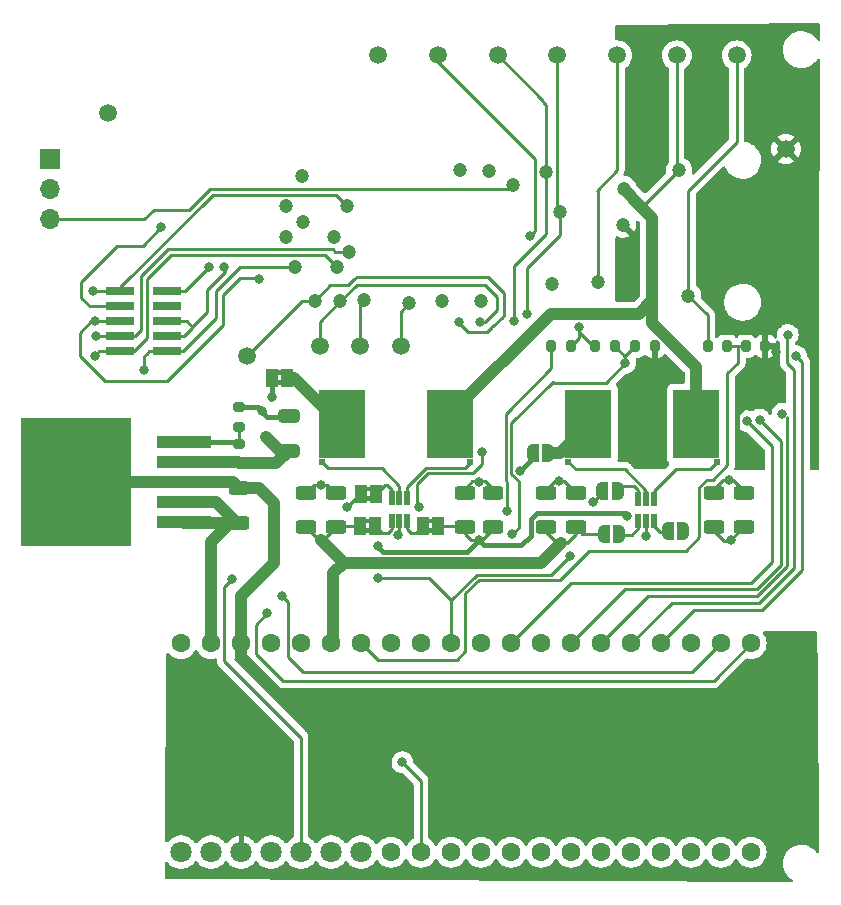
<source format=gbr>
%TF.GenerationSoftware,KiCad,Pcbnew,6.0.9-8da3e8f707~116~ubuntu22.04.1*%
%TF.CreationDate,2022-12-14T17:32:58+01:00*%
%TF.ProjectId,test_fixture,74657374-5f66-4697-9874-7572652e6b69,rev?*%
%TF.SameCoordinates,Original*%
%TF.FileFunction,Copper,L1,Top*%
%TF.FilePolarity,Positive*%
%FSLAX46Y46*%
G04 Gerber Fmt 4.6, Leading zero omitted, Abs format (unit mm)*
G04 Created by KiCad (PCBNEW 6.0.9-8da3e8f707~116~ubuntu22.04.1) date 2022-12-14 17:32:58*
%MOMM*%
%LPD*%
G01*
G04 APERTURE LIST*
G04 Aperture macros list*
%AMRoundRect*
0 Rectangle with rounded corners*
0 $1 Rounding radius*
0 $2 $3 $4 $5 $6 $7 $8 $9 X,Y pos of 4 corners*
0 Add a 4 corners polygon primitive as box body*
4,1,4,$2,$3,$4,$5,$6,$7,$8,$9,$2,$3,0*
0 Add four circle primitives for the rounded corners*
1,1,$1+$1,$2,$3*
1,1,$1+$1,$4,$5*
1,1,$1+$1,$6,$7*
1,1,$1+$1,$8,$9*
0 Add four rect primitives between the rounded corners*
20,1,$1+$1,$2,$3,$4,$5,0*
20,1,$1+$1,$4,$5,$6,$7,0*
20,1,$1+$1,$6,$7,$8,$9,0*
20,1,$1+$1,$8,$9,$2,$3,0*%
%AMFreePoly0*
4,1,22,0.500000,-0.750000,0.000000,-0.750000,0.000000,-0.745033,-0.079941,-0.743568,-0.215256,-0.701293,-0.333266,-0.622738,-0.424486,-0.514219,-0.481581,-0.384460,-0.499164,-0.250000,-0.500000,-0.250000,-0.500000,0.250000,-0.499164,0.250000,-0.499963,0.256109,-0.478152,0.396186,-0.417904,0.524511,-0.324060,0.630769,-0.204165,0.706417,-0.067858,0.745374,0.000000,0.744959,0.000000,0.750000,
0.500000,0.750000,0.500000,-0.750000,0.500000,-0.750000,$1*%
%AMFreePoly1*
4,1,20,0.000000,0.744959,0.073905,0.744508,0.209726,0.703889,0.328688,0.626782,0.421226,0.519385,0.479903,0.390333,0.500000,0.250000,0.500000,-0.250000,0.499851,-0.262216,0.476331,-0.402017,0.414519,-0.529596,0.319384,-0.634700,0.198574,-0.708877,0.061801,-0.746166,0.000000,-0.745033,0.000000,-0.750000,-0.500000,-0.750000,-0.500000,0.750000,0.000000,0.750000,0.000000,0.744959,
0.000000,0.744959,$1*%
G04 Aperture macros list end*
%TA.AperFunction,SMDPad,CuDef*%
%ADD10R,1.000000X1.500000*%
%TD*%
%TA.AperFunction,SMDPad,CuDef*%
%ADD11C,1.500000*%
%TD*%
%TA.AperFunction,ComponentPad*%
%ADD12C,1.200000*%
%TD*%
%TA.AperFunction,SMDPad,CuDef*%
%ADD13FreePoly0,0.000000*%
%TD*%
%TA.AperFunction,SMDPad,CuDef*%
%ADD14FreePoly1,0.000000*%
%TD*%
%TA.AperFunction,SMDPad,CuDef*%
%ADD15R,3.940000X5.840000*%
%TD*%
%TA.AperFunction,SMDPad,CuDef*%
%ADD16R,0.510000X0.600000*%
%TD*%
%TA.AperFunction,ComponentPad*%
%ADD17C,1.800000*%
%TD*%
%TA.AperFunction,ComponentPad*%
%ADD18C,1.600000*%
%TD*%
%TA.AperFunction,SMDPad,CuDef*%
%ADD19RoundRect,0.020000X0.180000X-0.575000X0.180000X0.575000X-0.180000X0.575000X-0.180000X-0.575000X0*%
%TD*%
%TA.AperFunction,ComponentPad*%
%ADD20R,1.700000X1.700000*%
%TD*%
%TA.AperFunction,ComponentPad*%
%ADD21O,1.700000X1.700000*%
%TD*%
%TA.AperFunction,SMDPad,CuDef*%
%ADD22RoundRect,0.250000X0.625000X-0.312500X0.625000X0.312500X-0.625000X0.312500X-0.625000X-0.312500X0*%
%TD*%
%TA.AperFunction,SMDPad,CuDef*%
%ADD23RoundRect,0.200000X-0.200000X-0.275000X0.200000X-0.275000X0.200000X0.275000X-0.200000X0.275000X0*%
%TD*%
%TA.AperFunction,SMDPad,CuDef*%
%ADD24R,4.600000X1.100000*%
%TD*%
%TA.AperFunction,SMDPad,CuDef*%
%ADD25R,9.400000X10.800000*%
%TD*%
%TA.AperFunction,SMDPad,CuDef*%
%ADD26RoundRect,0.250000X0.650000X-0.325000X0.650000X0.325000X-0.650000X0.325000X-0.650000X-0.325000X0*%
%TD*%
%TA.AperFunction,SMDPad,CuDef*%
%ADD27FreePoly0,180.000000*%
%TD*%
%TA.AperFunction,SMDPad,CuDef*%
%ADD28FreePoly1,180.000000*%
%TD*%
%TA.AperFunction,SMDPad,CuDef*%
%ADD29R,2.400000X0.740000*%
%TD*%
%TA.AperFunction,SMDPad,CuDef*%
%ADD30RoundRect,0.200000X0.275000X-0.200000X0.275000X0.200000X-0.275000X0.200000X-0.275000X-0.200000X0*%
%TD*%
%TA.AperFunction,SMDPad,CuDef*%
%ADD31RoundRect,0.200000X0.200000X0.275000X-0.200000X0.275000X-0.200000X-0.275000X0.200000X-0.275000X0*%
%TD*%
%TA.AperFunction,ViaPad*%
%ADD32C,0.800000*%
%TD*%
%TA.AperFunction,Conductor*%
%ADD33C,0.250000*%
%TD*%
%TA.AperFunction,Conductor*%
%ADD34C,1.000000*%
%TD*%
%TA.AperFunction,Conductor*%
%ADD35C,0.400000*%
%TD*%
G04 APERTURE END LIST*
%TO.C,JP5*%
G36*
X107158600Y-99787000D02*
G01*
X106658600Y-99787000D01*
X106658600Y-99387000D01*
X107158600Y-99387000D01*
X107158600Y-99787000D01*
G37*
G36*
X107158600Y-98987000D02*
G01*
X106658600Y-98987000D01*
X106658600Y-98587000D01*
X107158600Y-98587000D01*
X107158600Y-98987000D01*
G37*
%TO.C,JP1*%
G36*
X114611200Y-112334600D02*
G01*
X114111200Y-112334600D01*
X114111200Y-111934600D01*
X114611200Y-111934600D01*
X114611200Y-112334600D01*
G37*
G36*
X114611200Y-111534600D02*
G01*
X114111200Y-111534600D01*
X114111200Y-111134600D01*
X114611200Y-111134600D01*
X114611200Y-111534600D01*
G37*
%TO.C,JP6*%
G36*
X114677000Y-109616800D02*
G01*
X114177000Y-109616800D01*
X114177000Y-109216800D01*
X114677000Y-109216800D01*
X114677000Y-109616800D01*
G37*
G36*
X114677000Y-108816800D02*
G01*
X114177000Y-108816800D01*
X114177000Y-108416800D01*
X114677000Y-108416800D01*
X114677000Y-108816800D01*
G37*
%TO.C,JP3*%
G36*
X119949800Y-111534600D02*
G01*
X119449800Y-111534600D01*
X119449800Y-111134600D01*
X119949800Y-111134600D01*
X119949800Y-111534600D01*
G37*
G36*
X119949800Y-112334600D02*
G01*
X119449800Y-112334600D01*
X119449800Y-111934600D01*
X119949800Y-111934600D01*
X119949800Y-112334600D01*
G37*
%TD*%
D10*
%TO.P,JP5,1,A*%
%TO.N,VDD*%
X106258600Y-99187000D03*
%TO.P,JP5,2,B*%
%TO.N,Net-(JP5-Pad2)*%
X107558600Y-99187000D03*
%TD*%
D11*
%TO.P,BUTTON1,1,1*%
%TO.N,/BUTTON*%
X135473440Y-71907400D03*
%TD*%
D12*
%TO.P,POGO8,1,Pin_1*%
%TO.N,/FF_D*%
X129489200Y-81813400D03*
%TD*%
%TO.P,POGO13,1,Pin_1*%
%TO.N,/BATT+*%
X136017000Y-83235800D03*
%TD*%
D11*
%TO.P,GND1,1,1*%
%TO.N,GND*%
X92379800Y-76758800D03*
%TD*%
D12*
%TO.P,POGO12,1,Pin_1*%
%TO.N,/I2C_DATA*%
X129921000Y-91287600D03*
%TD*%
D13*
%TO.P,JP8,1,A*%
%TO.N,/CURRENT_SENSE_OUTPUT*%
X134224000Y-108798800D03*
D14*
%TO.P,JP8,2,B*%
%TO.N,Net-(JP8-Pad2)*%
X135524000Y-108798800D03*
%TD*%
D15*
%TO.P,R4,1*%
%TO.N,Net-(JP7-Pad2)*%
X133042200Y-103124000D03*
D16*
X131327200Y-106324000D03*
D15*
%TO.P,R4,2*%
%TO.N,/BATT+*%
X142192200Y-103124000D03*
D16*
X143907200Y-106324000D03*
%TD*%
D17*
%TO.P,U1,1,GP0*%
%TO.N,/UART_RX*%
X98552000Y-139370600D03*
%TO.P,U1,2,GP1*%
%TO.N,/UART_TX*%
X101092000Y-139370600D03*
%TO.P,U1,3,GND*%
%TO.N,GND*%
X103632000Y-139370600D03*
%TO.P,U1,4,GP2*%
%TO.N,/RESET*%
X106172000Y-139370600D03*
%TO.P,U1,5,GP3*%
%TO.N,/SWDCLK*%
X108712000Y-139370600D03*
%TO.P,U1,6,GP4*%
%TO.N,/SWDIO*%
X111252000Y-139370600D03*
%TO.P,U1,7,GP5*%
%TO.N,/BUTTON_DIVIDED*%
X113792000Y-139370600D03*
D18*
%TO.P,U1,8,GND*%
%TO.N,GND*%
X116332000Y-139370600D03*
%TO.P,U1,9,GP6*%
%TO.N,Net-(U1-Pad9)*%
X118872000Y-139370600D03*
%TO.P,U1,10,GP7*%
%TO.N,unconnected-(U1-Pad10)*%
X121412000Y-139370600D03*
%TO.P,U1,11,GP8*%
%TO.N,unconnected-(U1-Pad11)*%
X123952000Y-139370600D03*
%TO.P,U1,12,GP9*%
%TO.N,unconnected-(U1-Pad12)*%
X126492000Y-139370600D03*
%TO.P,U1,13,GND*%
%TO.N,GND*%
X129032000Y-139370600D03*
%TO.P,U1,14,GP10*%
%TO.N,/PDM_DATA*%
X131572000Y-139370600D03*
%TO.P,U1,15,GP11*%
%TO.N,/PDM_CLK*%
X134112000Y-139370600D03*
%TO.P,U1,16,GP12*%
%TO.N,unconnected-(U1-Pad16)*%
X136652000Y-139370600D03*
%TO.P,U1,17,GP13*%
%TO.N,unconnected-(U1-Pad17)*%
X139192000Y-139370600D03*
%TO.P,U1,18,GND*%
%TO.N,GND*%
X141732000Y-139370600D03*
%TO.P,U1,19,GP14*%
%TO.N,unconnected-(U1-Pad19)*%
X144272000Y-139370600D03*
%TO.P,U1,20,GP15*%
%TO.N,unconnected-(U1-Pad20)*%
X146812000Y-139370600D03*
%TO.P,U1,21,GP16*%
%TO.N,/SWO*%
X146812000Y-121690600D03*
%TO.P,U1,22,GP17*%
%TO.N,/VTREF*%
X144272000Y-121690600D03*
%TO.P,U1,23,GND*%
%TO.N,GND*%
X141732000Y-121690600D03*
%TO.P,U1,24,GP18*%
%TO.N,/I2C_CLK*%
X139192000Y-121690600D03*
%TO.P,U1,25,GP19*%
%TO.N,/I2C_DATA*%
X136652000Y-121690600D03*
%TO.P,U1,26,GP20*%
%TO.N,/FF_CLK*%
X134112000Y-121690600D03*
%TO.P,U1,27,GP21*%
%TO.N,/FF_D*%
X131572000Y-121690600D03*
%TO.P,U1,28,GND*%
%TO.N,GND*%
X129032000Y-121690600D03*
%TO.P,U1,29,GP22*%
%TO.N,/FF_Q*%
X126492000Y-121690600D03*
%TO.P,U1,30,~{RUN}*%
%TO.N,unconnected-(U1-Pad30)*%
X123952000Y-121690600D03*
%TO.P,U1,31,GP26*%
%TO.N,/CURRENT_SENSE_OUTPUT*%
X121412000Y-121690600D03*
%TO.P,U1,32,GP27*%
%TO.N,/DEC_CAP*%
X118872000Y-121690600D03*
%TO.P,U1,33,AGND*%
%TO.N,GNDA*%
X116332000Y-121690600D03*
%TO.P,U1,34,GP28*%
%TO.N,/SENSE_3_3V*%
X113792000Y-121690600D03*
%TO.P,U1,35,ADC_VREF*%
%TO.N,+3.3VADC*%
X111252000Y-121690600D03*
%TO.P,U1,36,3V3_OUT*%
%TO.N,+3.3V*%
X108712000Y-121690600D03*
%TO.P,U1,37,3V3_EN*%
%TO.N,unconnected-(U1-Pad37)*%
X106172000Y-121690600D03*
%TO.P,U1,38,GND*%
%TO.N,GND*%
X103632000Y-121690600D03*
%TO.P,U1,39,VSYS*%
%TO.N,+5V*%
X101092000Y-121690600D03*
%TO.P,U1,40,VBUS*%
%TO.N,unconnected-(U1-Pad40)*%
X98552000Y-121690600D03*
%TD*%
D11*
%TO.P,GND2,1,1*%
%TO.N,GND*%
X149758400Y-79832200D03*
%TD*%
D19*
%TO.P,U3,1*%
%TO.N,Net-(JP1-Pad2)*%
X116393200Y-111343200D03*
%TO.P,U3,2*%
%TO.N,GNDA*%
X117043200Y-111343200D03*
%TO.P,U3,3*%
%TO.N,Net-(JP3-Pad2)*%
X117693200Y-111343200D03*
%TO.P,U3,4*%
%TO.N,/BATT+*%
X117693200Y-109423200D03*
%TO.P,U3,5*%
%TO.N,Net-(JP5-Pad2)*%
X117043200Y-109423200D03*
%TO.P,U3,6*%
%TO.N,Net-(JP6-Pad2)*%
X116393200Y-109423200D03*
%TD*%
D12*
%TO.P,POGO25,1,Pin_1*%
%TO.N,/PDM_DATA*%
X109880400Y-92684600D03*
%TD*%
%TO.P,POGO2,1,Pin_1*%
%TO.N,/VTREF*%
X108204000Y-89865200D03*
%TD*%
D20*
%TO.P,J1,1,Pin_1*%
%TO.N,GND*%
X87477600Y-80721200D03*
D21*
%TO.P,J1,2,Pin_2*%
%TO.N,/UART_TX*%
X87477600Y-83261200D03*
%TO.P,J1,3,Pin_3*%
%TO.N,/UART_RX*%
X87477600Y-85801200D03*
%TD*%
D12*
%TO.P,POGO22,1,Pin_1*%
%TO.N,/SWDIO*%
X111785400Y-89865200D03*
%TD*%
D22*
%TO.P,C9,1*%
%TO.N,+5V*%
X103463000Y-111469900D03*
%TO.P,C9,2*%
%TO.N,GND*%
X103463000Y-108544900D03*
%TD*%
D12*
%TO.P,POGO7,1,Pin_1*%
%TO.N,/BUTTON*%
X133858000Y-91109800D03*
%TD*%
%TO.P,POGO6,1,Pin_1*%
%TO.N,GND*%
X124637800Y-81661000D03*
%TD*%
D22*
%TO.P,C3,1*%
%TO.N,+3.3VADC*%
X129489200Y-111886900D03*
%TO.P,C3,2*%
%TO.N,GNDA*%
X129489200Y-108961900D03*
%TD*%
%TO.P,C4,1*%
%TO.N,+3.3VADC*%
X111633000Y-111876300D03*
%TO.P,C4,2*%
%TO.N,GNDA*%
X111633000Y-108951300D03*
%TD*%
D23*
%TO.P,R6,1*%
%TO.N,/SENSE_3_3V*%
X146380200Y-96545400D03*
%TO.P,R6,2*%
%TO.N,GND*%
X148030200Y-96545400D03*
%TD*%
D12*
%TO.P,POGO3,1,Pin_1*%
%TO.N,GND*%
X107442000Y-87299800D03*
%TD*%
D19*
%TO.P,U4,1*%
%TO.N,Net-(JP2-Pad2)*%
X137272000Y-111353800D03*
%TO.P,U4,2*%
%TO.N,GNDA*%
X137922000Y-111353800D03*
%TO.P,U4,3*%
%TO.N,Net-(JP4-Pad2)*%
X138572000Y-111353800D03*
%TO.P,U4,4*%
%TO.N,/BATT+*%
X138572000Y-109433800D03*
%TO.P,U4,5*%
%TO.N,Net-(JP7-Pad2)*%
X137922000Y-109433800D03*
%TO.P,U4,6*%
%TO.N,Net-(JP8-Pad2)*%
X137272000Y-109433800D03*
%TD*%
D11*
%TO.P,PDM_CLK1,1,1*%
%TO.N,/PDM_CLK*%
X110286800Y-96520000D03*
%TD*%
%TO.P,BATT+1,1,1*%
%TO.N,/BATT+*%
X140533120Y-71907400D03*
%TD*%
D24*
%TO.P,U2,1,EN*%
%TO.N,+5V*%
X98773200Y-111451600D03*
%TO.P,U2,2,VIN*%
X98773200Y-109751600D03*
D25*
%TO.P,U2,3,GND*%
%TO.N,GND*%
X89623200Y-108051600D03*
D24*
X98773200Y-108051600D03*
%TO.P,U2,4,VOUT*%
%TO.N,VDD*%
X98773200Y-106351600D03*
%TO.P,U2,5,ADJ*%
%TO.N,Net-(R1-Pad2)*%
X98773200Y-104651600D03*
%TD*%
D11*
%TO.P,FF_Q1,1,1*%
%TO.N,/FF_Q*%
X130413760Y-71907400D03*
%TD*%
D12*
%TO.P,POGO15,1,Pin_1*%
%TO.N,/FF_Q*%
X130606800Y-85191600D03*
%TD*%
D22*
%TO.P,C7,1*%
%TO.N,+3.3VADC*%
X131953000Y-111886900D03*
%TO.P,C7,2*%
%TO.N,GNDA*%
X131953000Y-108961900D03*
%TD*%
%TO.P,C8,1*%
%TO.N,+3.3VADC*%
X109143800Y-111876300D03*
%TO.P,C8,2*%
%TO.N,GNDA*%
X109143800Y-108951300D03*
%TD*%
D12*
%TO.P,POGO19,1,Pin_1*%
%TO.N,/BATT+*%
X140716000Y-81635600D03*
%TD*%
D13*
%TO.P,JP2,1,A*%
%TO.N,+3.3VADC*%
X134376400Y-112431000D03*
D14*
%TO.P,JP2,2,B*%
%TO.N,Net-(JP2-Pad2)*%
X135676400Y-112431000D03*
%TD*%
D12*
%TO.P,POGO23,1,Pin_1*%
%TO.N,/SWO*%
X111531400Y-87249000D03*
%TD*%
D11*
%TO.P,PDM_DATA1,1,1*%
%TO.N,/PDM_DATA*%
X104140000Y-97358200D03*
%TD*%
%TO.P,FF_CLK1,1,1*%
%TO.N,/FF_CLK*%
X113728500Y-96520000D03*
%TD*%
D10*
%TO.P,JP1,1,A*%
%TO.N,+3.3VADC*%
X113711200Y-111734600D03*
%TO.P,JP1,2,B*%
%TO.N,Net-(JP1-Pad2)*%
X115011200Y-111734600D03*
%TD*%
D22*
%TO.P,C2,1*%
%TO.N,+3.3V*%
X143687800Y-111886900D03*
%TO.P,C2,2*%
%TO.N,GNDA*%
X143687800Y-108961900D03*
%TD*%
D12*
%TO.P,POGO21,1,Pin_1*%
%TO.N,/SWDCLK*%
X112801400Y-88519000D03*
%TD*%
D26*
%TO.P,C10,1*%
%TO.N,VDD*%
X107654000Y-105437200D03*
%TO.P,C10,2*%
%TO.N,GND*%
X107654000Y-102487200D03*
%TD*%
D12*
%TO.P,POGO16,1,Pin_1*%
%TO.N,/P3.3V*%
X141503400Y-92278200D03*
%TD*%
%TO.P,POGO11,1,Pin_1*%
%TO.N,/I2C_CLK*%
X123952000Y-92735400D03*
%TD*%
%TO.P,POGO14,1,Pin_1*%
%TO.N,GND*%
X108788200Y-82092800D03*
%TD*%
%TO.P,POGO20,1,Pin_1*%
%TO.N,/RESET*%
X112623600Y-84658200D03*
%TD*%
D10*
%TO.P,JP6,1,A*%
%TO.N,/CURRENT_SENSE_OUTPUT*%
X113777000Y-109016800D03*
%TO.P,JP6,2,B*%
%TO.N,Net-(JP6-Pad2)*%
X115077000Y-109016800D03*
%TD*%
D13*
%TO.P,JP7,1,A*%
%TO.N,VDD*%
X128331200Y-105547600D03*
D14*
%TO.P,JP7,2,B*%
%TO.N,Net-(JP7-Pad2)*%
X129631200Y-105547600D03*
%TD*%
D27*
%TO.P,JP4,1,A*%
%TO.N,+3.3V*%
X141061200Y-112151600D03*
D28*
%TO.P,JP4,2,B*%
%TO.N,Net-(JP4-Pad2)*%
X139761200Y-112151600D03*
%TD*%
D12*
%TO.P,POGO10,1,Pin_1*%
%TO.N,/FF_CLK*%
X114046000Y-92633800D03*
%TD*%
%TO.P,POGO1,1,Pin_1*%
%TO.N,/UART_RX*%
X126619000Y-82905600D03*
%TD*%
D11*
%TO.P,DEC_CAP1,1,1*%
%TO.N,/DEC_CAP*%
X117170200Y-96520000D03*
%TD*%
D22*
%TO.P,C1,1*%
%TO.N,+3.3V*%
X122555000Y-111876300D03*
%TO.P,C1,2*%
%TO.N,GNDA*%
X122555000Y-108951300D03*
%TD*%
D23*
%TO.P,R7,1*%
%TO.N,/BUTTON*%
X133617200Y-96545400D03*
%TO.P,R7,2*%
%TO.N,/BUTTON_DIVIDED*%
X135267200Y-96545400D03*
%TD*%
D12*
%TO.P,J6,1,Pin_1*%
%TO.N,GND*%
X135991600Y-86233000D03*
%TD*%
D29*
%TO.P,J3,1,VTref*%
%TO.N,/VTREF*%
X97327000Y-96951800D03*
%TO.P,J3,2,SWDIO/TMS*%
%TO.N,/SWDIO*%
X93427000Y-96951800D03*
%TO.P,J3,3,GND*%
%TO.N,GND*%
X97327000Y-95681800D03*
%TO.P,J3,4,SWDCLK/TCK*%
%TO.N,/SWDCLK*%
X93427000Y-95681800D03*
%TO.P,J3,5,GND*%
%TO.N,GND*%
X97327000Y-94411800D03*
%TO.P,J3,6,SWO/TDO*%
%TO.N,/SWO*%
X93427000Y-94411800D03*
%TO.P,J3,7,KEY*%
%TO.N,unconnected-(J3-Pad7)*%
X97327000Y-93141800D03*
%TO.P,J3,8,NC/TDI*%
%TO.N,Net-(J3-Pad8)*%
X93427000Y-93141800D03*
%TO.P,J3,9,GNDDetect*%
%TO.N,GND*%
X97327000Y-91871800D03*
%TO.P,J3,10,~{RESET}*%
%TO.N,/RESET*%
X93427000Y-91871800D03*
%TD*%
D10*
%TO.P,JP3,1,A*%
%TO.N,+3.3V*%
X120349800Y-111734600D03*
%TO.P,JP3,2,B*%
%TO.N,Net-(JP3-Pad2)*%
X119049800Y-111734600D03*
%TD*%
D12*
%TO.P,J5,1,Pin_1*%
%TO.N,GND*%
X120624600Y-92684600D03*
%TD*%
D30*
%TO.P,R1,1*%
%TO.N,VDD*%
X103463000Y-106451400D03*
%TO.P,R1,2*%
%TO.N,Net-(R1-Pad2)*%
X103463000Y-104801400D03*
%TD*%
D23*
%TO.P,R8,1*%
%TO.N,/BUTTON_DIVIDED*%
X137020800Y-96545400D03*
%TO.P,R8,2*%
%TO.N,GND*%
X138670800Y-96545400D03*
%TD*%
D11*
%TO.P,I2C_SDA1,1,1*%
%TO.N,/I2C_DATA*%
X120294400Y-71907400D03*
%TD*%
%TO.P,P3.3V1,1,1*%
%TO.N,/P3.3V*%
X145592800Y-71907400D03*
%TD*%
D22*
%TO.P,C6,1*%
%TO.N,+3.3V*%
X146202400Y-111886900D03*
%TO.P,C6,2*%
%TO.N,GNDA*%
X146202400Y-108961900D03*
%TD*%
D12*
%TO.P,POGO24,1,Pin_1*%
%TO.N,/PDM_CLK*%
X112039400Y-92710000D03*
%TD*%
D22*
%TO.P,C5,1*%
%TO.N,+3.3V*%
X124993400Y-111876300D03*
%TO.P,C5,2*%
%TO.N,GNDA*%
X124993400Y-108951300D03*
%TD*%
D12*
%TO.P,POGO17,1,Pin_1*%
%TO.N,/DEC_CAP*%
X117856000Y-92913200D03*
%TD*%
D11*
%TO.P,FF_D1,1,1*%
%TO.N,/FF_D*%
X125354080Y-71907400D03*
%TD*%
D12*
%TO.P,POGO4,1,Pin_1*%
%TO.N,GND*%
X107442000Y-84683600D03*
%TD*%
%TO.P,POGO5,1,Pin_1*%
%TO.N,/UART_TX*%
X122199400Y-81584800D03*
%TD*%
D23*
%TO.P,R5,1*%
%TO.N,/P3.3V*%
X143129000Y-96545400D03*
%TO.P,R5,2*%
%TO.N,/SENSE_3_3V*%
X144779000Y-96545400D03*
%TD*%
D11*
%TO.P,I2C_CLK1,1,1*%
%TO.N,/I2C_CLK*%
X115234720Y-71907400D03*
%TD*%
D30*
%TO.P,R2,1*%
%TO.N,Net-(R1-Pad2)*%
X103437600Y-103352600D03*
%TO.P,R2,2*%
%TO.N,GND*%
X103437600Y-101702600D03*
%TD*%
D12*
%TO.P,POGO18,1,Pin_1*%
%TO.N,Net-(J3-Pad8)*%
X108864400Y-86029800D03*
%TD*%
D31*
%TO.P,R9,1*%
%TO.N,/BUTTON*%
X131546600Y-96494600D03*
%TO.P,R9,2*%
%TO.N,Net-(U1-Pad9)*%
X129896600Y-96494600D03*
%TD*%
D15*
%TO.P,R3,1*%
%TO.N,Net-(JP5-Pad2)*%
X112163400Y-103113400D03*
D16*
X110448400Y-106313400D03*
%TO.P,R3,2*%
%TO.N,/BATT+*%
X123028400Y-106313400D03*
D15*
X121313400Y-103113400D03*
%TD*%
D32*
%TO.N,/VTREF*%
X95453200Y-98577400D03*
X107061000Y-117678200D03*
%TO.N,/SWDIO*%
X91236800Y-97358200D03*
%TO.N,/SWDCLK*%
X91373856Y-95631000D03*
X102870000Y-116281200D03*
%TO.N,/SWO*%
X91236800Y-94437200D03*
X105130600Y-90830400D03*
X105867200Y-119151400D03*
%TO.N,/RESET*%
X91135200Y-91846400D03*
%TO.N,/FF_Q*%
X127820072Y-93831941D03*
X146444300Y-102870000D03*
%TO.N,/DEC_CAP*%
X124028200Y-105486200D03*
X118694200Y-110109000D03*
%TO.N,Net-(J3-Pad8)*%
X96875600Y-86436200D03*
%TO.N,GND*%
X149733000Y-79832200D03*
X100914200Y-89814400D03*
X102184200Y-89789000D03*
X86944200Y-111658400D03*
X86842600Y-104190800D03*
X117424200Y-136702800D03*
X105359200Y-108839000D03*
X92481400Y-111887000D03*
X138734800Y-98018600D03*
X146227800Y-106299000D03*
X92430600Y-104216200D03*
X92329000Y-76784200D03*
X105371900Y-102044500D03*
X148894800Y-97028000D03*
X147701000Y-101066600D03*
%TO.N,+3.3V*%
X145084800Y-112953800D03*
X115214400Y-113411000D03*
X141061200Y-112151600D03*
X123774200Y-112953800D03*
X136321800Y-110871000D03*
%TO.N,GNDA*%
X116933306Y-112486494D03*
X130530600Y-107975400D03*
X110388400Y-108254800D03*
X144957800Y-107873800D03*
X137896600Y-112623600D03*
X123748835Y-107996049D03*
%TO.N,+3.3VADC*%
X110388400Y-112928400D03*
X130759200Y-113157000D03*
%TO.N,VDD*%
X127254000Y-107061000D03*
X105740200Y-104190800D03*
X106258600Y-100878400D03*
%TO.N,/CURRENT_SENSE_OUTPUT*%
X112572800Y-110134400D03*
X133429447Y-109716597D03*
X115214400Y-116179600D03*
X131470400Y-114300000D03*
%TO.N,/I2C_CLK*%
X115112800Y-71932800D03*
X150622000Y-97358200D03*
%TO.N,/I2C_DATA*%
X128066800Y-87223600D03*
X149924662Y-95573034D03*
%TO.N,/PDM_CLK*%
X123901200Y-94513400D03*
%TO.N,/PDM_DATA*%
X122123200Y-94513400D03*
%TO.N,/BUTTON*%
X132232400Y-94876300D03*
%TO.N,/FF_CLK*%
X149463131Y-102252930D03*
%TO.N,/FF_D*%
X147548600Y-102743000D03*
X126749300Y-94434975D03*
%TO.N,/BUTTON_DIVIDED*%
X126542800Y-112471200D03*
X136169400Y-97942400D03*
%TO.N,Net-(U1-Pad9)*%
X117291145Y-131754766D03*
X126187200Y-110490000D03*
%TD*%
D33*
%TO.N,/UART_RX*%
X99237800Y-85013800D02*
X101008600Y-83243000D01*
X87477600Y-85801200D02*
X95453200Y-85801200D01*
X96240600Y-85013800D02*
X99237800Y-85013800D01*
X101008600Y-83243000D02*
X126281600Y-83243000D01*
X95453200Y-85801200D02*
X96240600Y-85013800D01*
X126281600Y-83243000D02*
X126619000Y-82905600D01*
%TO.N,/VTREF*%
X97327000Y-96951800D02*
X95834200Y-96951800D01*
X108915200Y-124155200D02*
X107950000Y-123190000D01*
X95453200Y-97332800D02*
X95453200Y-98577400D01*
X97327000Y-96951800D02*
X98679000Y-96951800D01*
X107587000Y-122827000D02*
X107587000Y-118204200D01*
X95834200Y-96951800D02*
X95631000Y-97155000D01*
X101498400Y-94132400D02*
X101498400Y-91871800D01*
X107950000Y-123190000D02*
X107587000Y-122827000D01*
X98679000Y-96951800D02*
X101498400Y-94132400D01*
X95631000Y-97155000D02*
X95453200Y-97332800D01*
X141807400Y-124155200D02*
X110134400Y-124155200D01*
X107587000Y-118204200D02*
X107061000Y-117678200D01*
X103505000Y-89865200D02*
X108204000Y-89865200D01*
X95453200Y-98577400D02*
X95453200Y-98704400D01*
X101498400Y-91871800D02*
X103505000Y-89865200D01*
X110134400Y-124155200D02*
X108915200Y-124155200D01*
X144272000Y-121690600D02*
X141807400Y-124155200D01*
%TO.N,/SWDIO*%
X110744000Y-88823800D02*
X111785400Y-89865200D01*
X91643200Y-96951800D02*
X91236800Y-97358200D01*
X95681800Y-95808800D02*
X95681800Y-90855800D01*
X95681800Y-90855800D02*
X97713800Y-88823800D01*
X94538800Y-96951800D02*
X95681800Y-95808800D01*
X97713800Y-88823800D02*
X110744000Y-88823800D01*
X93427000Y-96951800D02*
X91643200Y-96951800D01*
X93427000Y-96951800D02*
X94538800Y-96951800D01*
%TO.N,/SWDCLK*%
X91373856Y-95631000D02*
X91109800Y-95681800D01*
X102217000Y-123172000D02*
X102217000Y-116934200D01*
X93427000Y-95681800D02*
X94640400Y-95681800D01*
X111607600Y-88519000D02*
X112801400Y-88519000D01*
X91109800Y-95681800D02*
X91084400Y-95656400D01*
X95123000Y-90627200D02*
X97459800Y-88290400D01*
X93427000Y-95681800D02*
X91373856Y-95631000D01*
X108712000Y-139370600D02*
X108712000Y-129667000D01*
X94640400Y-95681800D02*
X95123000Y-95199200D01*
X102641400Y-123596400D02*
X102217000Y-123172000D01*
X111379000Y-88290400D02*
X111607600Y-88519000D01*
X97459800Y-88290400D02*
X111379000Y-88290400D01*
X95123000Y-95199200D02*
X95123000Y-90627200D01*
X102217000Y-116934200D02*
X102870000Y-116281200D01*
X108712000Y-129667000D02*
X102641400Y-123596400D01*
%TO.N,/SWO*%
X89992200Y-97383600D02*
X92075000Y-99466400D01*
X102079999Y-92221345D02*
X103521744Y-90779600D01*
X143661600Y-124841000D02*
X107162600Y-124841000D01*
X104902000Y-120116600D02*
X105867200Y-119151400D01*
X104902000Y-122580400D02*
X104902000Y-120116600D01*
X146812000Y-121690600D02*
X143661600Y-124841000D01*
X92075000Y-99466400D02*
X97358200Y-99466400D01*
X102079999Y-94744601D02*
X102079999Y-92221345D01*
X97358200Y-99466400D02*
X102079999Y-94744601D01*
X91236800Y-94437200D02*
X90932000Y-94437200D01*
X93427000Y-94411800D02*
X91262200Y-94411800D01*
X107162600Y-124841000D02*
X104902000Y-122580400D01*
X105029000Y-90779600D02*
X105130600Y-90830400D01*
X91262200Y-94411800D02*
X91236800Y-94437200D01*
X103521744Y-90779600D02*
X105029000Y-90779600D01*
X89992200Y-95377000D02*
X89992200Y-97383600D01*
X105130600Y-90830400D02*
X105130600Y-90678000D01*
X90932000Y-94437200D02*
X89992200Y-95377000D01*
%TO.N,/RESET*%
X111658400Y-83693000D02*
X112623600Y-84658200D01*
X101244400Y-83693000D02*
X111658400Y-83693000D01*
X93427000Y-91871800D02*
X93427000Y-91510400D01*
X91160600Y-91871800D02*
X91135200Y-91846400D01*
X93427000Y-91510400D02*
X101244400Y-83693000D01*
X93427000Y-91871800D02*
X91160600Y-91871800D01*
%TO.N,/FF_Q*%
X148590000Y-114782600D02*
X146786600Y-116586000D01*
X146444300Y-102870000D02*
X148590000Y-105015700D01*
X127820072Y-89934128D02*
X130606800Y-87147400D01*
X131596600Y-116586000D02*
X126492000Y-121690600D01*
X130413760Y-71907400D02*
X130413760Y-84998560D01*
X127820072Y-93831941D02*
X127820072Y-89934128D01*
X148590000Y-105015700D02*
X148590000Y-114782600D01*
X130413760Y-84998560D02*
X130606800Y-85191600D01*
X146786600Y-116586000D02*
X131596600Y-116586000D01*
X130606800Y-87147400D02*
X130606800Y-85191600D01*
%TO.N,/P3.3V*%
X145592800Y-71907400D02*
X145592800Y-79290144D01*
X143129000Y-93903800D02*
X141503400Y-92278200D01*
X141503400Y-83379544D02*
X141503400Y-92278200D01*
X145592800Y-79290144D02*
X141503400Y-83379544D01*
X143129000Y-96545400D02*
X143129000Y-93903800D01*
%TO.N,/DEC_CAP*%
X123257200Y-107289600D02*
X119457596Y-107289600D01*
X118516400Y-109956600D02*
X118694200Y-110109000D01*
X117170200Y-93599000D02*
X117856000Y-92913200D01*
X119457596Y-107289600D02*
X118516400Y-108230796D01*
X124028200Y-106518600D02*
X123257200Y-107289600D01*
X124028200Y-105486200D02*
X124028200Y-106518600D01*
X117170200Y-96520000D02*
X117170200Y-93599000D01*
X118694200Y-110109000D02*
X118795800Y-110236000D01*
X118516400Y-108230796D02*
X118516400Y-109956600D01*
%TO.N,Net-(J3-Pad8)*%
X92989400Y-88214200D02*
X93167200Y-88036400D01*
X96723200Y-86614000D02*
X96875600Y-86436200D01*
X90805000Y-93141800D02*
X90093800Y-92430600D01*
X96875600Y-86436200D02*
X96723200Y-86309200D01*
X93167200Y-88036400D02*
X95300800Y-88036400D01*
X90093800Y-92430600D02*
X90093800Y-91109800D01*
X90093800Y-91109800D02*
X92989400Y-88214200D01*
X95300800Y-88036400D02*
X96723200Y-86614000D01*
X93427000Y-93141800D02*
X90805000Y-93141800D01*
D34*
%TO.N,GND*%
X103632000Y-117703600D02*
X103632000Y-121690600D01*
D35*
X105827100Y-102499700D02*
X107654000Y-102499700D01*
X103632000Y-139370600D02*
X103632000Y-137617200D01*
D33*
X98856800Y-91871800D02*
X100914200Y-89814400D01*
X99517200Y-94894400D02*
X100761800Y-93649800D01*
X98831400Y-95681800D02*
X99517200Y-94996000D01*
X102235000Y-90271600D02*
X102184200Y-89789000D01*
X97327000Y-95681800D02*
X98831400Y-95681800D01*
D34*
X98773200Y-108051600D02*
X102969700Y-108051600D01*
D35*
X103632000Y-137617200D02*
X103784400Y-137464800D01*
X147701000Y-101066600D02*
X146862800Y-101066600D01*
D33*
X99517200Y-94894400D02*
X99034600Y-94411800D01*
D34*
X105166700Y-108544900D02*
X106451400Y-109829600D01*
D33*
X138734800Y-96609400D02*
X138670800Y-96545400D01*
D34*
X103463000Y-108544900D02*
X105166700Y-108544900D01*
D33*
X100761800Y-93649800D02*
X100761800Y-91744800D01*
X100761800Y-91744800D02*
X102235000Y-90271600D01*
D34*
X102969700Y-108051600D02*
X103463000Y-108544900D01*
D35*
X145643600Y-102285800D02*
X145643600Y-105714800D01*
X103437600Y-101702600D02*
X105030000Y-101702600D01*
D34*
X103632000Y-121690600D02*
X103632000Y-122821970D01*
D33*
X97327000Y-91871800D02*
X98856800Y-91871800D01*
D35*
X146862800Y-101066600D02*
X145643600Y-102285800D01*
D34*
X103632000Y-122821970D02*
X117424200Y-136614170D01*
D33*
X148894800Y-97028000D02*
X148412200Y-96545400D01*
D34*
X117424200Y-136614170D02*
X117424200Y-136702800D01*
D35*
X105030000Y-101702600D02*
X105371900Y-102044500D01*
D34*
X106451400Y-114884200D02*
X103632000Y-117703600D01*
D33*
X138734800Y-98018600D02*
X138734800Y-96609400D01*
D35*
X145643600Y-105714800D02*
X146227800Y-106299000D01*
D34*
X98773200Y-108051600D02*
X89623200Y-108051600D01*
D33*
X99034600Y-94411800D02*
X97327000Y-94411800D01*
D35*
X105371900Y-102044500D02*
X105827100Y-102499700D01*
D33*
X102184200Y-89789000D02*
X102235000Y-89535000D01*
D34*
X106451400Y-109829600D02*
X106451400Y-114884200D01*
D33*
X99517200Y-94996000D02*
X99517200Y-94894400D01*
X148412200Y-96545400D02*
X148030200Y-96545400D01*
%TO.N,+3.3V*%
X123139200Y-112979200D02*
X123774200Y-112953800D01*
X124053600Y-112979200D02*
X124993400Y-112039400D01*
X122555000Y-112395000D02*
X123139200Y-112979200D01*
D35*
X128143000Y-111125000D02*
X128651000Y-110617000D01*
X124206000Y-113385600D02*
X127355600Y-113385600D01*
D33*
X124993400Y-112039400D02*
X124993400Y-111876300D01*
D35*
X136067800Y-110617000D02*
X136321800Y-110871000D01*
D33*
X144500600Y-113004600D02*
X143687800Y-112191800D01*
X122555000Y-111876300D02*
X122555000Y-112395000D01*
D35*
X123774200Y-112953800D02*
X124206000Y-113385600D01*
D33*
X120349800Y-111734600D02*
X122413300Y-111734600D01*
D35*
X128651000Y-110617000D02*
X136067800Y-110617000D01*
D33*
X146151700Y-111886900D02*
X145084800Y-112953800D01*
X123774200Y-112953800D02*
X124053600Y-112979200D01*
D35*
X115214400Y-113411000D02*
X115214400Y-113512600D01*
D33*
X122413300Y-111734600D02*
X122555000Y-111876300D01*
D35*
X128143000Y-112598200D02*
X128143000Y-111125000D01*
X115660600Y-113958800D02*
X122769200Y-113958800D01*
X115214400Y-113512600D02*
X115660600Y-113958800D01*
X127355600Y-113385600D02*
X128143000Y-112598200D01*
D33*
X145034000Y-113004600D02*
X144500600Y-113004600D01*
X145084800Y-112953800D02*
X145034000Y-113004600D01*
D35*
X122769200Y-113958800D02*
X123774200Y-112953800D01*
D33*
X146202400Y-111886900D02*
X146151700Y-111886900D01*
X143687800Y-112191800D02*
X143687800Y-111886900D01*
%TO.N,GNDA*%
X109840300Y-108254800D02*
X110388400Y-108254800D01*
X145288000Y-107873800D02*
X146202400Y-108788200D01*
X130530600Y-107975400D02*
X130966500Y-107975400D01*
X144399000Y-107873800D02*
X144957800Y-107873800D01*
X129489200Y-108712000D02*
X130225800Y-107975400D01*
X144957800Y-107873800D02*
X145288000Y-107873800D01*
X124282200Y-107924600D02*
X124993400Y-108635800D01*
X124993400Y-108635800D02*
X124993400Y-108951300D01*
X130225800Y-107975400D02*
X130530600Y-107975400D01*
X110388400Y-108254800D02*
X110936500Y-108254800D01*
X110936500Y-108254800D02*
X111633000Y-108951300D01*
X122555000Y-108585000D02*
X123215400Y-107924600D01*
X137922000Y-111353800D02*
X137922000Y-112598200D01*
X143687800Y-108961900D02*
X143687800Y-108585000D01*
X117043200Y-112376600D02*
X116933306Y-112486494D01*
X129489200Y-108961900D02*
X129489200Y-108712000D01*
X123748835Y-107996049D02*
X124282200Y-107924600D01*
X143687800Y-108585000D02*
X144399000Y-107873800D01*
X123215400Y-107924600D02*
X123748835Y-107996049D01*
X109143800Y-108951300D02*
X109840300Y-108254800D01*
X146202400Y-108788200D02*
X146202400Y-108961900D01*
X117043200Y-111343200D02*
X117043200Y-112376600D01*
X130966500Y-107975400D02*
X131953000Y-108961900D01*
X122555000Y-108951300D02*
X122555000Y-108585000D01*
X137922000Y-112598200D02*
X137896600Y-112623600D01*
%TO.N,+3.3VADC*%
X129489200Y-112268000D02*
X130378200Y-113157000D01*
X110580900Y-112928400D02*
X111633000Y-111876300D01*
D34*
X110388400Y-112928400D02*
X112318800Y-114858800D01*
D33*
X130378200Y-113157000D02*
X130759200Y-113157000D01*
X113711200Y-111734600D02*
X111774700Y-111734600D01*
D34*
X111429800Y-115747800D02*
X111429800Y-121512800D01*
X112318800Y-114858800D02*
X111429800Y-115747800D01*
X111429800Y-121512800D02*
X111252000Y-121690600D01*
X129057400Y-114858800D02*
X130759200Y-113157000D01*
D33*
X111774700Y-111734600D02*
X111633000Y-111876300D01*
X129489200Y-111886900D02*
X129489200Y-112268000D01*
X131953000Y-112445800D02*
X131953000Y-111886900D01*
X131953000Y-111886900D02*
X132497100Y-112431000D01*
X132497100Y-112431000D02*
X134376400Y-112431000D01*
X109143800Y-111876300D02*
X110195900Y-112928400D01*
D34*
X112318800Y-114858800D02*
X129057400Y-114858800D01*
D33*
X110388400Y-112928400D02*
X110580900Y-112928400D01*
X110195900Y-112928400D02*
X110388400Y-112928400D01*
X130759200Y-113157000D02*
X131241800Y-113157000D01*
X131241800Y-113157000D02*
X131953000Y-112445800D01*
D34*
%TO.N,+5V*%
X102728300Y-111469900D02*
X101092000Y-113106200D01*
X103463000Y-111469900D02*
X98791500Y-111469900D01*
X98791500Y-111469900D02*
X98773200Y-111451600D01*
X101092000Y-113106200D02*
X101092000Y-121690600D01*
X103265700Y-111469900D02*
X103463000Y-111469900D01*
X103463000Y-111469900D02*
X102728300Y-111469900D01*
X98773200Y-109751600D02*
X101547400Y-109751600D01*
X101547400Y-109751600D02*
X103265700Y-111469900D01*
D35*
%TO.N,VDD*%
X106258600Y-100878400D02*
X106172000Y-100965000D01*
D34*
X98773200Y-106351600D02*
X103363200Y-106351600D01*
D35*
X128331200Y-105547600D02*
X128331200Y-105983800D01*
D34*
X106627300Y-106451400D02*
X107654000Y-105424700D01*
X103463000Y-106451400D02*
X106627300Y-106451400D01*
D35*
X128331200Y-105983800D02*
X127254000Y-107061000D01*
X106258600Y-99187000D02*
X106258600Y-100878400D01*
D34*
X103363200Y-106351600D02*
X103463000Y-106451400D01*
X106974100Y-105424700D02*
X105740200Y-104190800D01*
X107654000Y-105424700D02*
X106974100Y-105424700D01*
D33*
%TO.N,Net-(JP1-Pad2)*%
X116393200Y-111343200D02*
X116393200Y-112003600D01*
X116078000Y-112318800D02*
X115595400Y-112318800D01*
X116393200Y-112003600D02*
X116078000Y-112318800D01*
X115595400Y-112318800D02*
X115011200Y-111734600D01*
%TO.N,Net-(JP2-Pad2)*%
X137272000Y-111353800D02*
X137272000Y-111952800D01*
X135742000Y-112496600D02*
X135676400Y-112431000D01*
X137272000Y-111952800D02*
X136728200Y-112496600D01*
X136728200Y-112496600D02*
X135742000Y-112496600D01*
%TO.N,Net-(JP3-Pad2)*%
X117703600Y-111353600D02*
X117703600Y-112039400D01*
X117693200Y-111343200D02*
X117703600Y-111353600D01*
X117703600Y-112039400D02*
X117983000Y-112318800D01*
X117983000Y-112318800D02*
X118465600Y-112318800D01*
X118465600Y-112318800D02*
X119049800Y-111734600D01*
%TO.N,Net-(JP4-Pad2)*%
X138572000Y-111775000D02*
X139090400Y-112293400D01*
X139090400Y-112293400D02*
X139619400Y-112293400D01*
X138572000Y-111353800D02*
X138572000Y-111775000D01*
X139619400Y-112293400D02*
X139761200Y-112151600D01*
%TO.N,Net-(JP5-Pad2)*%
X115544600Y-106883200D02*
X111018200Y-106883200D01*
D34*
X112054200Y-103113400D02*
X112163400Y-103113400D01*
D33*
X117043200Y-109423200D02*
X117043200Y-108381800D01*
D34*
X108127800Y-99187000D02*
X112054200Y-103113400D01*
D33*
X111018200Y-106883200D02*
X110448400Y-106313400D01*
D34*
X107558600Y-99187000D02*
X108127800Y-99187000D01*
D33*
X117043200Y-108381800D02*
X115544600Y-106883200D01*
%TO.N,/CURRENT_SENSE_OUTPUT*%
X134224000Y-108981000D02*
X133429447Y-109716597D01*
X134224000Y-108798800D02*
X134224000Y-108981000D01*
X129895600Y-115874800D02*
X123571000Y-115874800D01*
X113777000Y-109016800D02*
X113690400Y-109016800D01*
X121412000Y-118033800D02*
X121412000Y-121690600D01*
X123571000Y-115874800D02*
X121412000Y-118033800D01*
X131470400Y-114300000D02*
X129895600Y-115874800D01*
X133429447Y-109716597D02*
X133324600Y-109880400D01*
X119557800Y-116179600D02*
X121412000Y-118033800D01*
X115214400Y-116179600D02*
X119557800Y-116179600D01*
X113690400Y-109016800D02*
X112572800Y-110134400D01*
%TO.N,Net-(JP6-Pad2)*%
X116393200Y-109423200D02*
X116393200Y-108722400D01*
X115788200Y-108305600D02*
X115077000Y-109016800D01*
X115976400Y-108305600D02*
X115788200Y-108305600D01*
X116393200Y-108722400D02*
X115976400Y-108305600D01*
%TO.N,Net-(JP7-Pad2)*%
X137922000Y-108761404D02*
X136119996Y-106959400D01*
D34*
X130618600Y-105547600D02*
X133042200Y-103124000D01*
D33*
X137922000Y-109433800D02*
X137922000Y-108761404D01*
X136119996Y-106959400D02*
X131962600Y-106959400D01*
D34*
X129631200Y-105547600D02*
X130618600Y-105547600D01*
D33*
X131962600Y-106959400D02*
X131327200Y-106324000D01*
%TO.N,Net-(JP8-Pad2)*%
X137272000Y-109433800D02*
X137272000Y-108747800D01*
X136906000Y-108381800D02*
X135941000Y-108381800D01*
X137272000Y-108747800D02*
X136906000Y-108381800D01*
X135941000Y-108381800D02*
X135524000Y-108798800D01*
%TO.N,Net-(R1-Pad2)*%
X103437600Y-103352600D02*
X103437600Y-104776000D01*
D35*
X98773200Y-104651600D02*
X103313200Y-104651600D01*
D33*
X103437600Y-104776000D02*
X103463000Y-104801400D01*
D35*
X103313200Y-104651600D02*
X103463000Y-104801400D01*
D33*
%TO.N,/SENSE_3_3V*%
X130614000Y-116324800D02*
X123757396Y-116324800D01*
X142443200Y-112725200D02*
X141325600Y-113842800D01*
X141325600Y-113842800D02*
X133096000Y-113842800D01*
X145719800Y-97917000D02*
X144805400Y-98831400D01*
X145719800Y-96545400D02*
X145719800Y-97917000D01*
X133096000Y-113842800D02*
X130614000Y-116324800D01*
X143587800Y-107848400D02*
X143050627Y-107848400D01*
X115189000Y-123087600D02*
X113792000Y-121690600D01*
X122631200Y-117450996D02*
X122631200Y-122351800D01*
X145719800Y-96545400D02*
X144779000Y-96545400D01*
X123757396Y-116324800D02*
X122631200Y-117450996D01*
X121894600Y-123088400D02*
X115189000Y-123088400D01*
X115189000Y-123088400D02*
X115189000Y-123087600D01*
X142443200Y-108455827D02*
X142443200Y-112725200D01*
X144805400Y-98831400D02*
X144805400Y-106630800D01*
X144805400Y-106630800D02*
X143587800Y-107848400D01*
X122631200Y-122351800D02*
X121894600Y-123088400D01*
X146380200Y-96545400D02*
X145719800Y-96545400D01*
X143050627Y-107848400D02*
X142443200Y-108455827D01*
%TO.N,/I2C_CLK*%
X139192000Y-121690600D02*
X142010600Y-118872000D01*
X142010600Y-118872000D02*
X147751800Y-118872000D01*
X147751800Y-118872000D02*
X151155400Y-115468400D01*
X151155400Y-97891600D02*
X150622000Y-97358200D01*
X151155400Y-115468400D02*
X151155400Y-97891600D01*
%TO.N,/I2C_DATA*%
X128498600Y-80670400D02*
X128498600Y-86766400D01*
X149924662Y-95573034D02*
X149897000Y-95600696D01*
X120294400Y-71907400D02*
X120294400Y-72466200D01*
X128066800Y-87223600D02*
X128016000Y-87249000D01*
X150444200Y-115316000D02*
X147523200Y-118237000D01*
X149834600Y-95663096D02*
X149834600Y-95834200D01*
X149897000Y-95600696D02*
X149897000Y-97979400D01*
X128498600Y-86766400D02*
X128066800Y-87223600D01*
X140105600Y-118237000D02*
X136652000Y-121690600D01*
X149924662Y-95573034D02*
X149834600Y-95663096D01*
X150444200Y-98526600D02*
X150444200Y-115316000D01*
X149897000Y-97979400D02*
X150444200Y-98526600D01*
X120294400Y-72466200D02*
X128498600Y-80670400D01*
X147523200Y-118237000D02*
X140105600Y-118237000D01*
%TO.N,/PDM_CLK*%
X124282200Y-91313000D02*
X125323600Y-92354400D01*
X110286800Y-96520000D02*
X110286800Y-94462600D01*
X112039400Y-92710000D02*
X113436400Y-91313000D01*
X110286800Y-94462600D02*
X112039400Y-92710000D01*
X125323600Y-93497400D02*
X124307600Y-94513400D01*
X124307600Y-94513400D02*
X123901200Y-94513400D01*
X125323600Y-92354400D02*
X125323600Y-93497400D01*
X113436400Y-91313000D02*
X124282200Y-91313000D01*
%TO.N,/PDM_DATA*%
X124891800Y-94869000D02*
X124587000Y-95173800D01*
X125882400Y-91998800D02*
X125882400Y-93929200D01*
X124954800Y-94856800D02*
X124891800Y-94856800D01*
X111861600Y-91389200D02*
X112674400Y-91389200D01*
X124256800Y-90652600D02*
X124536200Y-90652600D01*
X113207800Y-90855800D02*
X113411000Y-90652600D01*
X124891800Y-94856800D02*
X124891800Y-94869000D01*
X122834400Y-95300800D02*
X122123200Y-94589600D01*
X111175800Y-91389200D02*
X111861600Y-91389200D01*
X124460000Y-95300800D02*
X122834400Y-95300800D01*
X124536200Y-90652600D02*
X125882400Y-91998800D01*
X124587000Y-95173800D02*
X124460000Y-95300800D01*
X122123200Y-94589600D02*
X122123200Y-94513400D01*
X125780800Y-94030800D02*
X124954800Y-94856800D01*
X109880400Y-92684600D02*
X111175800Y-91389200D01*
X113411000Y-90652600D02*
X124256800Y-90652600D01*
X108813600Y-92684600D02*
X109880400Y-92684600D01*
X125882400Y-93929200D02*
X125780800Y-94030800D01*
X112674400Y-91389200D02*
X113207800Y-90855800D01*
X104140000Y-97358200D02*
X108813600Y-92684600D01*
%TO.N,/BUTTON*%
X135473440Y-81620360D02*
X133731000Y-83362800D01*
X133731000Y-83362800D02*
X133858000Y-83489800D01*
X133426200Y-96545400D02*
X133617200Y-96545400D01*
X131546600Y-96494600D02*
X132232400Y-95808800D01*
X135473440Y-71907400D02*
X135473440Y-81620360D01*
X132232400Y-95808800D02*
X132232400Y-95351600D01*
X133858000Y-83489800D02*
X133858000Y-91109800D01*
X132232400Y-94876300D02*
X132232400Y-95351600D01*
X132232400Y-94876300D02*
X132366700Y-94876300D01*
X132232400Y-95351600D02*
X133426200Y-96545400D01*
%TO.N,/FF_CLK*%
X138124400Y-117678200D02*
X147332700Y-117678200D01*
X147332700Y-117678200D02*
X149834600Y-115176300D01*
X113728500Y-92951300D02*
X114046000Y-92633800D01*
X134112000Y-121690600D02*
X138124400Y-117678200D01*
X113728500Y-96520000D02*
X113728500Y-92951300D01*
X149834600Y-115176300D02*
X149834600Y-102489000D01*
%TO.N,/FF_D*%
X129489200Y-76149200D02*
X129489200Y-81813400D01*
X149326600Y-115047904D02*
X149326600Y-104521000D01*
X136168600Y-117094000D02*
X147280504Y-117094000D01*
X131572000Y-121690600D02*
X136168600Y-117094000D01*
X126749300Y-94434975D02*
X126749300Y-89760300D01*
X125354080Y-71907400D02*
X129184400Y-75737720D01*
X129184400Y-75844400D02*
X129489200Y-76149200D01*
X149326600Y-104521000D02*
X147548600Y-102743000D01*
X129489200Y-87020400D02*
X129489200Y-81813400D01*
X126749300Y-89760300D02*
X129489200Y-87020400D01*
X129184400Y-75737720D02*
X129184400Y-75844400D01*
X147280504Y-117094000D02*
X149326600Y-115047904D01*
%TO.N,/BUTTON_DIVIDED*%
X126529000Y-107361305D02*
X127127000Y-107959305D01*
X136169400Y-97942400D02*
X134493000Y-99618800D01*
X130048000Y-99542600D02*
X126529000Y-103061600D01*
X127127000Y-111887000D02*
X126542800Y-112471200D01*
X136169400Y-97942400D02*
X136169400Y-97447600D01*
X136169400Y-97396800D02*
X137020800Y-96545400D01*
X130124200Y-99618800D02*
X130048000Y-99542600D01*
X134493000Y-99618800D02*
X130124200Y-99618800D01*
X127127000Y-107959305D02*
X127127000Y-111887000D01*
X126529000Y-103061600D02*
X126529000Y-107361305D01*
X136169400Y-97942400D02*
X136169400Y-97396800D01*
X136169400Y-97447600D02*
X135267200Y-96545400D01*
%TO.N,/BATT+*%
X140533120Y-81452720D02*
X140716000Y-81635600D01*
X140533120Y-71907400D02*
X140533120Y-81452720D01*
X138572000Y-108798600D02*
X140436600Y-106934000D01*
D34*
X121313400Y-103113400D02*
X121313400Y-102308200D01*
X138455400Y-94582208D02*
X138455400Y-92659200D01*
X138455400Y-85674200D02*
X137515600Y-84734400D01*
X137515600Y-84734400D02*
X136017000Y-83235800D01*
D33*
X122631200Y-106807000D02*
X123028400Y-106409800D01*
D34*
X129844800Y-93776800D02*
X137337800Y-93776800D01*
D33*
X140436600Y-106934000D02*
X143297200Y-106934000D01*
X119303800Y-106807000D02*
X122631200Y-106807000D01*
D34*
X142192200Y-103124000D02*
X142192200Y-98319008D01*
X121313400Y-102308200D02*
X129844800Y-93776800D01*
X138455400Y-92659200D02*
X138455400Y-85674200D01*
D33*
X140716000Y-81635600D02*
X137617200Y-84734400D01*
D34*
X137337800Y-93776800D02*
X138455400Y-92659200D01*
D33*
X137617200Y-84734400D02*
X137515600Y-84734400D01*
D34*
X142192200Y-98319008D02*
X138455400Y-94582208D01*
D33*
X143297200Y-106934000D02*
X143907200Y-106324000D01*
X117693200Y-109423200D02*
X117693200Y-108417600D01*
X123028400Y-106409800D02*
X123028400Y-106313400D01*
X117693200Y-108417600D02*
X119303800Y-106807000D01*
X138572000Y-109433800D02*
X138572000Y-108798600D01*
%TO.N,Net-(U1-Pad9)*%
X129896600Y-96494600D02*
X129896600Y-98424000D01*
X126193400Y-110433000D02*
X126187200Y-110490000D01*
X126085600Y-102235000D02*
X126060200Y-102260400D01*
X117291145Y-131754766D02*
X118872000Y-133335621D01*
X126060200Y-107924600D02*
X126193400Y-108057800D01*
X126060200Y-102260400D02*
X126060200Y-107924600D01*
X118872000Y-133335621D02*
X118872000Y-139370600D01*
X129896600Y-98424000D02*
X126085600Y-102235000D01*
X126187200Y-110490000D02*
X126161800Y-110464600D01*
X126193400Y-108057800D02*
X126193400Y-110433000D01*
%TD*%
%TA.AperFunction,Conductor*%
%TO.N,GND*%
G36*
X152595000Y-69210035D02*
G01*
X152641885Y-69263349D01*
X152653658Y-69316868D01*
X152650335Y-70554644D01*
X152630150Y-70622711D01*
X152576369Y-70669060D01*
X152506069Y-70678975D01*
X152441567Y-70649309D01*
X152420123Y-70625128D01*
X152300599Y-70449254D01*
X152300596Y-70449251D01*
X152297749Y-70445061D01*
X152197125Y-70338653D01*
X152128913Y-70266521D01*
X152125433Y-70262841D01*
X152121406Y-70259762D01*
X151930219Y-70113588D01*
X151930215Y-70113585D01*
X151926199Y-70110515D01*
X151705174Y-69992003D01*
X151700393Y-69990357D01*
X151700389Y-69990355D01*
X151472833Y-69912001D01*
X151468044Y-69910352D01*
X151364511Y-69892469D01*
X151224820Y-69868340D01*
X151224814Y-69868339D01*
X151220910Y-69867665D01*
X151216949Y-69867485D01*
X151216948Y-69867485D01*
X151192269Y-69866364D01*
X151192250Y-69866364D01*
X151190850Y-69866300D01*
X151016185Y-69866300D01*
X151013677Y-69866502D01*
X151013672Y-69866502D01*
X150834256Y-69880937D01*
X150834251Y-69880938D01*
X150829215Y-69881343D01*
X150824307Y-69882548D01*
X150824304Y-69882549D01*
X150592526Y-69939480D01*
X150585661Y-69941166D01*
X150581009Y-69943141D01*
X150581005Y-69943142D01*
X150460261Y-69994395D01*
X150354804Y-70039159D01*
X150142585Y-70172800D01*
X149954462Y-70338653D01*
X149795276Y-70532449D01*
X149669122Y-70749204D01*
X149667309Y-70753927D01*
X149667308Y-70753929D01*
X149645393Y-70811019D01*
X149579245Y-70983339D01*
X149527959Y-71228833D01*
X149527730Y-71233882D01*
X149527729Y-71233888D01*
X149525602Y-71280734D01*
X149516582Y-71479368D01*
X149545408Y-71728499D01*
X149546787Y-71733373D01*
X149546788Y-71733377D01*
X149596032Y-71907400D01*
X149613694Y-71969817D01*
X149615828Y-71974392D01*
X149615830Y-71974399D01*
X149717547Y-72192531D01*
X149719684Y-72197113D01*
X149722526Y-72201294D01*
X149722526Y-72201295D01*
X149857805Y-72400352D01*
X149857808Y-72400356D01*
X149860651Y-72404539D01*
X149864128Y-72408216D01*
X149864129Y-72408217D01*
X149964438Y-72514291D01*
X150032967Y-72586759D01*
X150036993Y-72589837D01*
X150036994Y-72589838D01*
X150228181Y-72736012D01*
X150228185Y-72736015D01*
X150232201Y-72739085D01*
X150453226Y-72857597D01*
X150458007Y-72859243D01*
X150458011Y-72859245D01*
X150683738Y-72936969D01*
X150690356Y-72939248D01*
X150793889Y-72957131D01*
X150933580Y-72981260D01*
X150933586Y-72981261D01*
X150937490Y-72981935D01*
X150941451Y-72982115D01*
X150941452Y-72982115D01*
X150966131Y-72983236D01*
X150966150Y-72983236D01*
X150967550Y-72983300D01*
X151142215Y-72983300D01*
X151144723Y-72983098D01*
X151144728Y-72983098D01*
X151324144Y-72968663D01*
X151324149Y-72968662D01*
X151329185Y-72968257D01*
X151334093Y-72967052D01*
X151334096Y-72967051D01*
X151567825Y-72909641D01*
X151572739Y-72908434D01*
X151577391Y-72906459D01*
X151577395Y-72906458D01*
X151798941Y-72812417D01*
X151798942Y-72812417D01*
X151803596Y-72810441D01*
X152015815Y-72676800D01*
X152203938Y-72510947D01*
X152363124Y-72317151D01*
X152365667Y-72312782D01*
X152365671Y-72312776D01*
X152410755Y-72235314D01*
X152462308Y-72186501D01*
X152532068Y-72173308D01*
X152597887Y-72199925D01*
X152638866Y-72257901D01*
X152645653Y-72299030D01*
X152594769Y-91253100D01*
X152552737Y-106909938D01*
X152532552Y-106978005D01*
X152478771Y-107024354D01*
X152426737Y-107035600D01*
X151914900Y-107035600D01*
X151846779Y-107015598D01*
X151800286Y-106961942D01*
X151788900Y-106909600D01*
X151788900Y-97970368D01*
X151789427Y-97959185D01*
X151791102Y-97951692D01*
X151790819Y-97942671D01*
X151788962Y-97883602D01*
X151788900Y-97879644D01*
X151788900Y-97851744D01*
X151788396Y-97847753D01*
X151787463Y-97835911D01*
X151786323Y-97799636D01*
X151786074Y-97791711D01*
X151780421Y-97772252D01*
X151776412Y-97752893D01*
X151776246Y-97751583D01*
X151773874Y-97732803D01*
X151770958Y-97725437D01*
X151770956Y-97725431D01*
X151757600Y-97691698D01*
X151753755Y-97680468D01*
X151743630Y-97645617D01*
X151743630Y-97645616D01*
X151741419Y-97638007D01*
X151731105Y-97620566D01*
X151722408Y-97602813D01*
X151717872Y-97591358D01*
X151714952Y-97583983D01*
X151697146Y-97559475D01*
X151688963Y-97548212D01*
X151682447Y-97538292D01*
X151659942Y-97500238D01*
X151645621Y-97485917D01*
X151632780Y-97470883D01*
X151625532Y-97460907D01*
X151620872Y-97454493D01*
X151586801Y-97426307D01*
X151578022Y-97418318D01*
X151569122Y-97409418D01*
X151535096Y-97347106D01*
X151532907Y-97333493D01*
X151516232Y-97174835D01*
X151516232Y-97174833D01*
X151515542Y-97168272D01*
X151456527Y-96986644D01*
X151361040Y-96821256D01*
X151353560Y-96812948D01*
X151237675Y-96684245D01*
X151237674Y-96684244D01*
X151233253Y-96679334D01*
X151078752Y-96567082D01*
X151072724Y-96564398D01*
X151072722Y-96564397D01*
X150910319Y-96492091D01*
X150910318Y-96492091D01*
X150904288Y-96489406D01*
X150810887Y-96469553D01*
X150723944Y-96451072D01*
X150723939Y-96451072D01*
X150717487Y-96449700D01*
X150656500Y-96449700D01*
X150588379Y-96429698D01*
X150541886Y-96376042D01*
X150530500Y-96323700D01*
X150530500Y-96306280D01*
X150550502Y-96238159D01*
X150562864Y-96221970D01*
X150567643Y-96216663D01*
X150588038Y-96194011D01*
X150659283Y-96114886D01*
X150659284Y-96114885D01*
X150663702Y-96109978D01*
X150721976Y-96009044D01*
X150755885Y-95950313D01*
X150755886Y-95950312D01*
X150759189Y-95944590D01*
X150818204Y-95762962D01*
X150824273Y-95705224D01*
X150837476Y-95579599D01*
X150838166Y-95573034D01*
X150818204Y-95383106D01*
X150759189Y-95201478D01*
X150663702Y-95036090D01*
X150593798Y-94958453D01*
X150540337Y-94899079D01*
X150540336Y-94899078D01*
X150535915Y-94894168D01*
X150401743Y-94796686D01*
X150386756Y-94785797D01*
X150386755Y-94785796D01*
X150381414Y-94781916D01*
X150375386Y-94779232D01*
X150375384Y-94779231D01*
X150212981Y-94706925D01*
X150212980Y-94706925D01*
X150206950Y-94704240D01*
X150113549Y-94684387D01*
X150026606Y-94665906D01*
X150026601Y-94665906D01*
X150020149Y-94664534D01*
X149829175Y-94664534D01*
X149822723Y-94665906D01*
X149822718Y-94665906D01*
X149735775Y-94684387D01*
X149642374Y-94704240D01*
X149636344Y-94706925D01*
X149636343Y-94706925D01*
X149473940Y-94779231D01*
X149473938Y-94779232D01*
X149467910Y-94781916D01*
X149462569Y-94785796D01*
X149462568Y-94785797D01*
X149447581Y-94796686D01*
X149313409Y-94894168D01*
X149308988Y-94899078D01*
X149308987Y-94899079D01*
X149255527Y-94958453D01*
X149185622Y-95036090D01*
X149090135Y-95201478D01*
X149031120Y-95383106D01*
X149011158Y-95573034D01*
X149026375Y-95717811D01*
X149031096Y-95762733D01*
X149018324Y-95832571D01*
X148969822Y-95884418D01*
X148900989Y-95901812D01*
X148833679Y-95879231D01*
X148798010Y-95841175D01*
X148795376Y-95836826D01*
X148786069Y-95824957D01*
X148675643Y-95714531D01*
X148663774Y-95705224D01*
X148530188Y-95624321D01*
X148516443Y-95618115D01*
X148366556Y-95571144D01*
X148353506Y-95568531D01*
X148298614Y-95563487D01*
X148287076Y-95566875D01*
X148285871Y-95568265D01*
X148284200Y-95575948D01*
X148284200Y-96273285D01*
X148288675Y-96288524D01*
X148290065Y-96289729D01*
X148297748Y-96291400D01*
X148920084Y-96291400D01*
X148935323Y-96286925D01*
X148936528Y-96285535D01*
X148938199Y-96277852D01*
X148938199Y-96216695D01*
X148937936Y-96210944D01*
X148932569Y-96152527D01*
X148946256Y-96082862D01*
X148995433Y-96031655D01*
X149064488Y-96015165D01*
X149131496Y-96038626D01*
X149167158Y-96077998D01*
X149185622Y-96109978D01*
X149223934Y-96152527D01*
X149231136Y-96160526D01*
X149261853Y-96224534D01*
X149263500Y-96244837D01*
X149263500Y-97900633D01*
X149262973Y-97911816D01*
X149261298Y-97919309D01*
X149261547Y-97927235D01*
X149261547Y-97927236D01*
X149263438Y-97987386D01*
X149263500Y-97991345D01*
X149263500Y-98019256D01*
X149263997Y-98023190D01*
X149263997Y-98023191D01*
X149264005Y-98023256D01*
X149264938Y-98035093D01*
X149266327Y-98079289D01*
X149270934Y-98095145D01*
X149271978Y-98098739D01*
X149275987Y-98118100D01*
X149277172Y-98127476D01*
X149278526Y-98138197D01*
X149281445Y-98145568D01*
X149281445Y-98145570D01*
X149294804Y-98179312D01*
X149298649Y-98190542D01*
X149310982Y-98232993D01*
X149315015Y-98239812D01*
X149315017Y-98239817D01*
X149321293Y-98250428D01*
X149329988Y-98268176D01*
X149337448Y-98287017D01*
X149342110Y-98293433D01*
X149342110Y-98293434D01*
X149363436Y-98322787D01*
X149369952Y-98332707D01*
X149384864Y-98357921D01*
X149392458Y-98370762D01*
X149406779Y-98385083D01*
X149419619Y-98400116D01*
X149431528Y-98416507D01*
X149437634Y-98421558D01*
X149465605Y-98444698D01*
X149474384Y-98452688D01*
X149773795Y-98752099D01*
X149807821Y-98814411D01*
X149810700Y-98841194D01*
X149810700Y-101242414D01*
X149790698Y-101310535D01*
X149737042Y-101357028D01*
X149666768Y-101367132D01*
X149658503Y-101365661D01*
X149565075Y-101345802D01*
X149565070Y-101345802D01*
X149558618Y-101344430D01*
X149367644Y-101344430D01*
X149361192Y-101345802D01*
X149361187Y-101345802D01*
X149308375Y-101357028D01*
X149180843Y-101384136D01*
X149174813Y-101386821D01*
X149174812Y-101386821D01*
X149012409Y-101459127D01*
X149012407Y-101459128D01*
X149006379Y-101461812D01*
X148851878Y-101574064D01*
X148724091Y-101715986D01*
X148720790Y-101721704D01*
X148633535Y-101872834D01*
X148628604Y-101881374D01*
X148569589Y-102063002D01*
X148568899Y-102069563D01*
X148568899Y-102069565D01*
X148553981Y-102211501D01*
X148526968Y-102277158D01*
X148468746Y-102317787D01*
X148397801Y-102320490D01*
X148336657Y-102284408D01*
X148319555Y-102261335D01*
X148287640Y-102206056D01*
X148159853Y-102064134D01*
X148060757Y-101992136D01*
X148010694Y-101955763D01*
X148010693Y-101955762D01*
X148005352Y-101951882D01*
X147999324Y-101949198D01*
X147999322Y-101949197D01*
X147836919Y-101876891D01*
X147836918Y-101876891D01*
X147830888Y-101874206D01*
X147737487Y-101854353D01*
X147650544Y-101835872D01*
X147650539Y-101835872D01*
X147644087Y-101834500D01*
X147453113Y-101834500D01*
X147446661Y-101835872D01*
X147446656Y-101835872D01*
X147359713Y-101854353D01*
X147266312Y-101874206D01*
X147260282Y-101876891D01*
X147260281Y-101876891D01*
X147097878Y-101949197D01*
X147097876Y-101949198D01*
X147091848Y-101951882D01*
X147086507Y-101955762D01*
X147086506Y-101955763D01*
X146969823Y-102040538D01*
X146902955Y-102064397D01*
X146844514Y-102053709D01*
X146732623Y-102003892D01*
X146732615Y-102003889D01*
X146726588Y-102001206D01*
X146633187Y-101981353D01*
X146546244Y-101962872D01*
X146546239Y-101962872D01*
X146539787Y-101961500D01*
X146348813Y-101961500D01*
X146342361Y-101962872D01*
X146342356Y-101962872D01*
X146255412Y-101981353D01*
X146162012Y-102001206D01*
X146155982Y-102003891D01*
X146155981Y-102003891D01*
X145993578Y-102076197D01*
X145993576Y-102076198D01*
X145987548Y-102078882D01*
X145833047Y-102191134D01*
X145705260Y-102333056D01*
X145701959Y-102338774D01*
X145674019Y-102387167D01*
X145622637Y-102436160D01*
X145552923Y-102449596D01*
X145487012Y-102423210D01*
X145445830Y-102365378D01*
X145438900Y-102324167D01*
X145438900Y-99145995D01*
X145458902Y-99077874D01*
X145475805Y-99056899D01*
X145780606Y-98752099D01*
X146112058Y-98420647D01*
X146120337Y-98413113D01*
X146126818Y-98409000D01*
X146173444Y-98359348D01*
X146176198Y-98356507D01*
X146195935Y-98336770D01*
X146198415Y-98333573D01*
X146206120Y-98324551D01*
X146207123Y-98323483D01*
X146236386Y-98292321D01*
X146240205Y-98285375D01*
X146240207Y-98285372D01*
X146246148Y-98274566D01*
X146256999Y-98258047D01*
X146257359Y-98257583D01*
X146269414Y-98242041D01*
X146272559Y-98234772D01*
X146272562Y-98234768D01*
X146286974Y-98201463D01*
X146292191Y-98190813D01*
X146313495Y-98152060D01*
X146318533Y-98132437D01*
X146324937Y-98113734D01*
X146329833Y-98102420D01*
X146329833Y-98102419D01*
X146332981Y-98095145D01*
X146334220Y-98087322D01*
X146334223Y-98087312D01*
X146339899Y-98051476D01*
X146342305Y-98039856D01*
X146351328Y-98004711D01*
X146351328Y-98004710D01*
X146353300Y-97997030D01*
X146353300Y-97976776D01*
X146354851Y-97957065D01*
X146356780Y-97944886D01*
X146358020Y-97937057D01*
X146353859Y-97893038D01*
X146353300Y-97881181D01*
X146353300Y-97654900D01*
X146373302Y-97586779D01*
X146426958Y-97540286D01*
X146479299Y-97528900D01*
X146630489Y-97528899D01*
X146636834Y-97528899D01*
X146639692Y-97528636D01*
X146639701Y-97528636D01*
X146675204Y-97525374D01*
X146710262Y-97522153D01*
X146718230Y-97519656D01*
X146866650Y-97473144D01*
X146866652Y-97473143D01*
X146873899Y-97470872D01*
X147020581Y-97382039D01*
X147116459Y-97286161D01*
X147178771Y-97252135D01*
X147249586Y-97257200D01*
X147294649Y-97286161D01*
X147384757Y-97376269D01*
X147396626Y-97385576D01*
X147530212Y-97466479D01*
X147543957Y-97472685D01*
X147693844Y-97519656D01*
X147706894Y-97522269D01*
X147761786Y-97527313D01*
X147773324Y-97523925D01*
X147774529Y-97522535D01*
X147776200Y-97514852D01*
X147776200Y-97510284D01*
X148284200Y-97510284D01*
X148288675Y-97525523D01*
X148290065Y-97526728D01*
X148294494Y-97527691D01*
X148353515Y-97522268D01*
X148366551Y-97519657D01*
X148516443Y-97472685D01*
X148530188Y-97466479D01*
X148663774Y-97385576D01*
X148675643Y-97376269D01*
X148786069Y-97265843D01*
X148795376Y-97253974D01*
X148876279Y-97120388D01*
X148882485Y-97106643D01*
X148929456Y-96956756D01*
X148932069Y-96943706D01*
X148937934Y-96879879D01*
X148938200Y-96874091D01*
X148938200Y-96817515D01*
X148933725Y-96802276D01*
X148932335Y-96801071D01*
X148924652Y-96799400D01*
X148302315Y-96799400D01*
X148287076Y-96803875D01*
X148285871Y-96805265D01*
X148284200Y-96812948D01*
X148284200Y-97510284D01*
X147776200Y-97510284D01*
X147776200Y-95580516D01*
X147771725Y-95565277D01*
X147770335Y-95564072D01*
X147765906Y-95563109D01*
X147706885Y-95568532D01*
X147693849Y-95571143D01*
X147543957Y-95618115D01*
X147530212Y-95624321D01*
X147396626Y-95705224D01*
X147384757Y-95714531D01*
X147294649Y-95804639D01*
X147232337Y-95838665D01*
X147161522Y-95833600D01*
X147116459Y-95804639D01*
X147020581Y-95708761D01*
X146873899Y-95619928D01*
X146866652Y-95617657D01*
X146866650Y-95617656D01*
X146800364Y-95596883D01*
X146710262Y-95568647D01*
X146636835Y-95561900D01*
X146633937Y-95561900D01*
X146379535Y-95561901D01*
X146123566Y-95561901D01*
X146120708Y-95562164D01*
X146120699Y-95562164D01*
X146086819Y-95565277D01*
X146050138Y-95568647D01*
X146043760Y-95570646D01*
X146043759Y-95570646D01*
X145893750Y-95617656D01*
X145893748Y-95617657D01*
X145886501Y-95619928D01*
X145739819Y-95708761D01*
X145668695Y-95779885D01*
X145606383Y-95813911D01*
X145535568Y-95808846D01*
X145490505Y-95779885D01*
X145419381Y-95708761D01*
X145272699Y-95619928D01*
X145265452Y-95617657D01*
X145265450Y-95617656D01*
X145199164Y-95596883D01*
X145109062Y-95568647D01*
X145035635Y-95561900D01*
X145032737Y-95561900D01*
X144778335Y-95561901D01*
X144522366Y-95561901D01*
X144519508Y-95562164D01*
X144519499Y-95562164D01*
X144485619Y-95565277D01*
X144448938Y-95568647D01*
X144442560Y-95570646D01*
X144442559Y-95570646D01*
X144292550Y-95617656D01*
X144292548Y-95617657D01*
X144285301Y-95619928D01*
X144138619Y-95708761D01*
X144043095Y-95804285D01*
X143980783Y-95838311D01*
X143909968Y-95833246D01*
X143864905Y-95804285D01*
X143799405Y-95738785D01*
X143765379Y-95676473D01*
X143762500Y-95649690D01*
X143762500Y-93982568D01*
X143763027Y-93971385D01*
X143764702Y-93963892D01*
X143762562Y-93895801D01*
X143762500Y-93891844D01*
X143762500Y-93863944D01*
X143761996Y-93859953D01*
X143761063Y-93848111D01*
X143759923Y-93811836D01*
X143759674Y-93803911D01*
X143757090Y-93795017D01*
X143754021Y-93784452D01*
X143750012Y-93765093D01*
X143749846Y-93763783D01*
X143747474Y-93745003D01*
X143744558Y-93737637D01*
X143744556Y-93737631D01*
X143731200Y-93703898D01*
X143727355Y-93692668D01*
X143717230Y-93657817D01*
X143717230Y-93657816D01*
X143715019Y-93650207D01*
X143704705Y-93632766D01*
X143696008Y-93615013D01*
X143691472Y-93603558D01*
X143688552Y-93596183D01*
X143662563Y-93560412D01*
X143656047Y-93550492D01*
X143637578Y-93519263D01*
X143633542Y-93512438D01*
X143619221Y-93498117D01*
X143606380Y-93483083D01*
X143599131Y-93473106D01*
X143594472Y-93466693D01*
X143588368Y-93461643D01*
X143588363Y-93461638D01*
X143560402Y-93438507D01*
X143551621Y-93430517D01*
X142987273Y-92866168D01*
X144538182Y-92866168D01*
X144567008Y-93115299D01*
X144568387Y-93120173D01*
X144568388Y-93120177D01*
X144607326Y-93257781D01*
X144635294Y-93356617D01*
X144637428Y-93361192D01*
X144637430Y-93361199D01*
X144728086Y-93555610D01*
X144741284Y-93583913D01*
X144744126Y-93588094D01*
X144744126Y-93588095D01*
X144879405Y-93787152D01*
X144879408Y-93787156D01*
X144882251Y-93791339D01*
X144885728Y-93795016D01*
X144885729Y-93795017D01*
X144986038Y-93901091D01*
X145054567Y-93973559D01*
X145058593Y-93976637D01*
X145058594Y-93976638D01*
X145249781Y-94122812D01*
X145249785Y-94122815D01*
X145253801Y-94125885D01*
X145258259Y-94128275D01*
X145258260Y-94128276D01*
X145328996Y-94166204D01*
X145474826Y-94244397D01*
X145479607Y-94246043D01*
X145479611Y-94246045D01*
X145705338Y-94323769D01*
X145711956Y-94326048D01*
X145815489Y-94343931D01*
X145955180Y-94368060D01*
X145955186Y-94368061D01*
X145959090Y-94368735D01*
X145963051Y-94368915D01*
X145963052Y-94368915D01*
X145987731Y-94370036D01*
X145987750Y-94370036D01*
X145989150Y-94370100D01*
X146163815Y-94370100D01*
X146166323Y-94369898D01*
X146166328Y-94369898D01*
X146345744Y-94355463D01*
X146345749Y-94355462D01*
X146350785Y-94355057D01*
X146355693Y-94353852D01*
X146355696Y-94353851D01*
X146589425Y-94296441D01*
X146594339Y-94295234D01*
X146598991Y-94293259D01*
X146598995Y-94293258D01*
X146820541Y-94199217D01*
X146820542Y-94199217D01*
X146825196Y-94197241D01*
X147037415Y-94063600D01*
X147225538Y-93897747D01*
X147384724Y-93703951D01*
X147510878Y-93487196D01*
X147518749Y-93466693D01*
X147569423Y-93334683D01*
X147600755Y-93253061D01*
X147624515Y-93139330D01*
X147651006Y-93012521D01*
X147652041Y-93007567D01*
X147652331Y-93001197D01*
X147658462Y-92866168D01*
X147663418Y-92757032D01*
X147662408Y-92748298D01*
X147635174Y-92512934D01*
X147634592Y-92507901D01*
X147595610Y-92370139D01*
X147567684Y-92271452D01*
X147567683Y-92271450D01*
X147566306Y-92266583D01*
X147564172Y-92262008D01*
X147564170Y-92262001D01*
X147462453Y-92043869D01*
X147462451Y-92043865D01*
X147460316Y-92039287D01*
X147457474Y-92035105D01*
X147322195Y-91836048D01*
X147322192Y-91836044D01*
X147319349Y-91831861D01*
X147218725Y-91725453D01*
X147150513Y-91653321D01*
X147147033Y-91649641D01*
X147143006Y-91646562D01*
X146951819Y-91500388D01*
X146951815Y-91500385D01*
X146947799Y-91497315D01*
X146726774Y-91378803D01*
X146721993Y-91377157D01*
X146721989Y-91377155D01*
X146494433Y-91298801D01*
X146489644Y-91297152D01*
X146386111Y-91279269D01*
X146246420Y-91255140D01*
X146246414Y-91255139D01*
X146242510Y-91254465D01*
X146238549Y-91254285D01*
X146238548Y-91254285D01*
X146213869Y-91253164D01*
X146213850Y-91253164D01*
X146212450Y-91253100D01*
X146037785Y-91253100D01*
X146035277Y-91253302D01*
X146035272Y-91253302D01*
X145855856Y-91267737D01*
X145855851Y-91267738D01*
X145850815Y-91268143D01*
X145845907Y-91269348D01*
X145845904Y-91269349D01*
X145614126Y-91326280D01*
X145607261Y-91327966D01*
X145602609Y-91329941D01*
X145602605Y-91329942D01*
X145381059Y-91423983D01*
X145376404Y-91425959D01*
X145164185Y-91559600D01*
X144976062Y-91725453D01*
X144816876Y-91919249D01*
X144690722Y-92136004D01*
X144600845Y-92370139D01*
X144599812Y-92375085D01*
X144599810Y-92375091D01*
X144582500Y-92457953D01*
X144549559Y-92615633D01*
X144549330Y-92620682D01*
X144549329Y-92620688D01*
X144545971Y-92694642D01*
X144538182Y-92866168D01*
X142987273Y-92866168D01*
X142639835Y-92518730D01*
X142605810Y-92456418D01*
X142604235Y-92411558D01*
X142615123Y-92336463D01*
X142616649Y-92278200D01*
X142603583Y-92136004D01*
X142598537Y-92081080D01*
X142598536Y-92081077D01*
X142598008Y-92075326D01*
X142542707Y-91879247D01*
X142532080Y-91857696D01*
X142455156Y-91701710D01*
X142452601Y-91696529D01*
X142434196Y-91671881D01*
X142334158Y-91537915D01*
X142334158Y-91537914D01*
X142330705Y-91533291D01*
X142181103Y-91395000D01*
X142182081Y-91393942D01*
X142144326Y-91342229D01*
X142136900Y-91299611D01*
X142136900Y-83694138D01*
X142156902Y-83626017D01*
X142173805Y-83605043D01*
X144444811Y-81334038D01*
X144507123Y-81300012D01*
X144577939Y-81305077D01*
X144634774Y-81347624D01*
X144648101Y-81369883D01*
X144727566Y-81540294D01*
X144741284Y-81569713D01*
X144744126Y-81573894D01*
X144744126Y-81573895D01*
X144879405Y-81772952D01*
X144879408Y-81772956D01*
X144882251Y-81777139D01*
X144885728Y-81780816D01*
X144885729Y-81780817D01*
X144986038Y-81886891D01*
X145054567Y-81959359D01*
X145058593Y-81962437D01*
X145058594Y-81962438D01*
X145249781Y-82108612D01*
X145249785Y-82108615D01*
X145253801Y-82111685D01*
X145258259Y-82114075D01*
X145258260Y-82114076D01*
X145285439Y-82128649D01*
X145474826Y-82230197D01*
X145479607Y-82231843D01*
X145479611Y-82231845D01*
X145705338Y-82309569D01*
X145711956Y-82311848D01*
X145815489Y-82329731D01*
X145955180Y-82353860D01*
X145955186Y-82353861D01*
X145959090Y-82354535D01*
X145963051Y-82354715D01*
X145963052Y-82354715D01*
X145987731Y-82355836D01*
X145987750Y-82355836D01*
X145989150Y-82355900D01*
X146163815Y-82355900D01*
X146166323Y-82355698D01*
X146166328Y-82355698D01*
X146345744Y-82341263D01*
X146345749Y-82341262D01*
X146350785Y-82340857D01*
X146355693Y-82339652D01*
X146355696Y-82339651D01*
X146589425Y-82282241D01*
X146594339Y-82281034D01*
X146598991Y-82279059D01*
X146598995Y-82279058D01*
X146820541Y-82185017D01*
X146820542Y-82185017D01*
X146825196Y-82183041D01*
X147037415Y-82049400D01*
X147225538Y-81883547D01*
X147384724Y-81689751D01*
X147510878Y-81472996D01*
X147526337Y-81432726D01*
X147598943Y-81243581D01*
X147600755Y-81238861D01*
X147606873Y-81209578D01*
X147651006Y-80998321D01*
X147652041Y-80993367D01*
X147657082Y-80882361D01*
X149072793Y-80882361D01*
X149082087Y-80894375D01*
X149122488Y-80922664D01*
X149131984Y-80928147D01*
X149321513Y-81016526D01*
X149331805Y-81020272D01*
X149533801Y-81074396D01*
X149544596Y-81076299D01*
X149752925Y-81094526D01*
X149763875Y-81094526D01*
X149972204Y-81076299D01*
X149982999Y-81074396D01*
X150184995Y-81020272D01*
X150195287Y-81016526D01*
X150384816Y-80928147D01*
X150394312Y-80922664D01*
X150435548Y-80893790D01*
X150443923Y-80883312D01*
X150436857Y-80869868D01*
X149771211Y-80204221D01*
X149757268Y-80196608D01*
X149755434Y-80196739D01*
X149748820Y-80200990D01*
X149079220Y-80870591D01*
X149072793Y-80882361D01*
X147657082Y-80882361D01*
X147663418Y-80742832D01*
X147634592Y-80493701D01*
X147624665Y-80458617D01*
X147567684Y-80257252D01*
X147567683Y-80257250D01*
X147566306Y-80252383D01*
X147564172Y-80247808D01*
X147564170Y-80247801D01*
X147462453Y-80029669D01*
X147462451Y-80029665D01*
X147460316Y-80025087D01*
X147457474Y-80020905D01*
X147332951Y-79837675D01*
X148496074Y-79837675D01*
X148514301Y-80046004D01*
X148516204Y-80056799D01*
X148570328Y-80258795D01*
X148574074Y-80269087D01*
X148662454Y-80458617D01*
X148667934Y-80468107D01*
X148696811Y-80509349D01*
X148707287Y-80517723D01*
X148720734Y-80510655D01*
X149386379Y-79845011D01*
X149392756Y-79833332D01*
X150122808Y-79833332D01*
X150122939Y-79835166D01*
X150127190Y-79841780D01*
X150796791Y-80511380D01*
X150808561Y-80517807D01*
X150820576Y-80508511D01*
X150848866Y-80468107D01*
X150854346Y-80458617D01*
X150942726Y-80269087D01*
X150946472Y-80258795D01*
X151000596Y-80056799D01*
X151002499Y-80046004D01*
X151020726Y-79837675D01*
X151020726Y-79826725D01*
X151002499Y-79618396D01*
X151000596Y-79607601D01*
X150946472Y-79405605D01*
X150942726Y-79395313D01*
X150854346Y-79205783D01*
X150848866Y-79196293D01*
X150819989Y-79155051D01*
X150809513Y-79146677D01*
X150796066Y-79153745D01*
X150130421Y-79819389D01*
X150122808Y-79833332D01*
X149392756Y-79833332D01*
X149393992Y-79831068D01*
X149393861Y-79829234D01*
X149389610Y-79822620D01*
X148720009Y-79153020D01*
X148708239Y-79146593D01*
X148696224Y-79155889D01*
X148667934Y-79196293D01*
X148662454Y-79205783D01*
X148574074Y-79395313D01*
X148570328Y-79405605D01*
X148516204Y-79607601D01*
X148514301Y-79618396D01*
X148496074Y-79826725D01*
X148496074Y-79837675D01*
X147332951Y-79837675D01*
X147322195Y-79821848D01*
X147322192Y-79821844D01*
X147319349Y-79817661D01*
X147147033Y-79635441D01*
X147110620Y-79607601D01*
X146951819Y-79486188D01*
X146951815Y-79486185D01*
X146947799Y-79483115D01*
X146905024Y-79460179D01*
X146731235Y-79366995D01*
X146726774Y-79364603D01*
X146721993Y-79362957D01*
X146721989Y-79362955D01*
X146494433Y-79284601D01*
X146489644Y-79282952D01*
X146484655Y-79282090D01*
X146484654Y-79282090D01*
X146330853Y-79255524D01*
X146267131Y-79224219D01*
X146230450Y-79163433D01*
X146226300Y-79131363D01*
X146226300Y-78781087D01*
X149072877Y-78781087D01*
X149079945Y-78794534D01*
X149745589Y-79460179D01*
X149759532Y-79467792D01*
X149761366Y-79467661D01*
X149767980Y-79463410D01*
X150437580Y-78793809D01*
X150444007Y-78782039D01*
X150434713Y-78770025D01*
X150394312Y-78741736D01*
X150384816Y-78736253D01*
X150195287Y-78647874D01*
X150184995Y-78644128D01*
X149982999Y-78590004D01*
X149972204Y-78588101D01*
X149763875Y-78569874D01*
X149752925Y-78569874D01*
X149544596Y-78588101D01*
X149533801Y-78590004D01*
X149331805Y-78644128D01*
X149321513Y-78647874D01*
X149131983Y-78736254D01*
X149122493Y-78741734D01*
X149081251Y-78770611D01*
X149072877Y-78781087D01*
X146226300Y-78781087D01*
X146226300Y-73065754D01*
X146246302Y-72997633D01*
X146280028Y-72962542D01*
X146346934Y-72915694D01*
X146400327Y-72878308D01*
X146400330Y-72878306D01*
X146404838Y-72875149D01*
X146560549Y-72719438D01*
X146590405Y-72676800D01*
X146683699Y-72543562D01*
X146683700Y-72543560D01*
X146686856Y-72539053D01*
X146689179Y-72534071D01*
X146689182Y-72534066D01*
X146777595Y-72344461D01*
X146779920Y-72339476D01*
X146836915Y-72126771D01*
X146856107Y-71907400D01*
X146836915Y-71688029D01*
X146779920Y-71475324D01*
X146730915Y-71370232D01*
X146689182Y-71280734D01*
X146689179Y-71280729D01*
X146686856Y-71275747D01*
X146657546Y-71233888D01*
X146563708Y-71099873D01*
X146563706Y-71099870D01*
X146560549Y-71095362D01*
X146404838Y-70939651D01*
X146224454Y-70813344D01*
X146024876Y-70720280D01*
X145812171Y-70663285D01*
X145592800Y-70644093D01*
X145373429Y-70663285D01*
X145160724Y-70720280D01*
X145067362Y-70763815D01*
X144966134Y-70811018D01*
X144966129Y-70811021D01*
X144961147Y-70813344D01*
X144956640Y-70816500D01*
X144956638Y-70816501D01*
X144785273Y-70936492D01*
X144785270Y-70936494D01*
X144780762Y-70939651D01*
X144625051Y-71095362D01*
X144621894Y-71099870D01*
X144621892Y-71099873D01*
X144528054Y-71233888D01*
X144498744Y-71275747D01*
X144496421Y-71280729D01*
X144496418Y-71280734D01*
X144454685Y-71370232D01*
X144405680Y-71475324D01*
X144348685Y-71688029D01*
X144329493Y-71907400D01*
X144348685Y-72126771D01*
X144405680Y-72339476D01*
X144408005Y-72344461D01*
X144496418Y-72534066D01*
X144496421Y-72534071D01*
X144498744Y-72539053D01*
X144501900Y-72543560D01*
X144501901Y-72543562D01*
X144595196Y-72676800D01*
X144625051Y-72719438D01*
X144780762Y-72875149D01*
X144785270Y-72878306D01*
X144785273Y-72878308D01*
X144838666Y-72915694D01*
X144905572Y-72962542D01*
X144949899Y-73017998D01*
X144959300Y-73065754D01*
X144959300Y-78975550D01*
X144939298Y-79043671D01*
X144922395Y-79064645D01*
X142017012Y-81970027D01*
X141954700Y-82004053D01*
X141883884Y-81998988D01*
X141827049Y-81956441D01*
X141802238Y-81889921D01*
X141803221Y-81862852D01*
X141805122Y-81849741D01*
X141827723Y-81693863D01*
X141829249Y-81635600D01*
X141810608Y-81432726D01*
X141755307Y-81236647D01*
X141744680Y-81215096D01*
X141667756Y-81059110D01*
X141665201Y-81053929D01*
X141646796Y-81029281D01*
X141546758Y-80895315D01*
X141546758Y-80895314D01*
X141543305Y-80890691D01*
X141393703Y-80752400D01*
X141225385Y-80646200D01*
X141178447Y-80592934D01*
X141166620Y-80539638D01*
X141166620Y-73065754D01*
X141186622Y-72997633D01*
X141220348Y-72962542D01*
X141287254Y-72915694D01*
X141340647Y-72878308D01*
X141340650Y-72878306D01*
X141345158Y-72875149D01*
X141500869Y-72719438D01*
X141530725Y-72676800D01*
X141624019Y-72543562D01*
X141624020Y-72543560D01*
X141627176Y-72539053D01*
X141629499Y-72534071D01*
X141629502Y-72534066D01*
X141717915Y-72344461D01*
X141720240Y-72339476D01*
X141777235Y-72126771D01*
X141796427Y-71907400D01*
X141777235Y-71688029D01*
X141720240Y-71475324D01*
X141671235Y-71370232D01*
X141629502Y-71280734D01*
X141629499Y-71280729D01*
X141627176Y-71275747D01*
X141597866Y-71233888D01*
X141504028Y-71099873D01*
X141504026Y-71099870D01*
X141500869Y-71095362D01*
X141345158Y-70939651D01*
X141164774Y-70813344D01*
X140965196Y-70720280D01*
X140752491Y-70663285D01*
X140533120Y-70644093D01*
X140313749Y-70663285D01*
X140101044Y-70720280D01*
X140007682Y-70763815D01*
X139906454Y-70811018D01*
X139906449Y-70811021D01*
X139901467Y-70813344D01*
X139896960Y-70816500D01*
X139896958Y-70816501D01*
X139725593Y-70936492D01*
X139725590Y-70936494D01*
X139721082Y-70939651D01*
X139565371Y-71095362D01*
X139562214Y-71099870D01*
X139562212Y-71099873D01*
X139468374Y-71233888D01*
X139439064Y-71275747D01*
X139436741Y-71280729D01*
X139436738Y-71280734D01*
X139395005Y-71370232D01*
X139346000Y-71475324D01*
X139289005Y-71688029D01*
X139269813Y-71907400D01*
X139289005Y-72126771D01*
X139346000Y-72339476D01*
X139348325Y-72344461D01*
X139436738Y-72534066D01*
X139436741Y-72534071D01*
X139439064Y-72539053D01*
X139442220Y-72543560D01*
X139442221Y-72543562D01*
X139535516Y-72676800D01*
X139565371Y-72719438D01*
X139721082Y-72875149D01*
X139725590Y-72878306D01*
X139725593Y-72878308D01*
X139778986Y-72915694D01*
X139845892Y-72962542D01*
X139890219Y-73017998D01*
X139899620Y-73065754D01*
X139899620Y-80836833D01*
X139879618Y-80904954D01*
X139872572Y-80914836D01*
X139782351Y-81029281D01*
X139779662Y-81034392D01*
X139779660Y-81034395D01*
X139748024Y-81094526D01*
X139687492Y-81209578D01*
X139627078Y-81404143D01*
X139603132Y-81606459D01*
X139608618Y-81690155D01*
X139614537Y-81780458D01*
X139599033Y-81849741D01*
X139577902Y-81877794D01*
X137920660Y-83535036D01*
X137858348Y-83569062D01*
X137787533Y-83563997D01*
X137742470Y-83535036D01*
X137081819Y-82874385D01*
X137057166Y-82836423D01*
X137056307Y-82836847D01*
X136968756Y-82659310D01*
X136966201Y-82654129D01*
X136890728Y-82553058D01*
X136847758Y-82495515D01*
X136847758Y-82495514D01*
X136844305Y-82490891D01*
X136694703Y-82352600D01*
X136627501Y-82310199D01*
X136527288Y-82246969D01*
X136527283Y-82246967D01*
X136522404Y-82243888D01*
X136333180Y-82168395D01*
X136133366Y-82128649D01*
X136127588Y-82128573D01*
X136121846Y-82127970D01*
X136122119Y-82125372D01*
X136064873Y-82107717D01*
X136019112Y-82053436D01*
X136009962Y-81983031D01*
X136023436Y-81945568D01*
X136023052Y-81945402D01*
X136023053Y-81945401D01*
X136040616Y-81904817D01*
X136045823Y-81894187D01*
X136067135Y-81855420D01*
X136069106Y-81847743D01*
X136069108Y-81847738D01*
X136072172Y-81835802D01*
X136078578Y-81817090D01*
X136083473Y-81805779D01*
X136086621Y-81798505D01*
X136087861Y-81790677D01*
X136087863Y-81790670D01*
X136093539Y-81754836D01*
X136095945Y-81743216D01*
X136104968Y-81708071D01*
X136104968Y-81708070D01*
X136106940Y-81700390D01*
X136106940Y-81680136D01*
X136108491Y-81660425D01*
X136110420Y-81648246D01*
X136111660Y-81640417D01*
X136107499Y-81596398D01*
X136106940Y-81584541D01*
X136106940Y-73065754D01*
X136126942Y-72997633D01*
X136160668Y-72962542D01*
X136227574Y-72915694D01*
X136280967Y-72878308D01*
X136280970Y-72878306D01*
X136285478Y-72875149D01*
X136441189Y-72719438D01*
X136471045Y-72676800D01*
X136564339Y-72543562D01*
X136564340Y-72543560D01*
X136567496Y-72539053D01*
X136569819Y-72534071D01*
X136569822Y-72534066D01*
X136658235Y-72344461D01*
X136660560Y-72339476D01*
X136717555Y-72126771D01*
X136736747Y-71907400D01*
X136717555Y-71688029D01*
X136660560Y-71475324D01*
X136611555Y-71370232D01*
X136569822Y-71280734D01*
X136569819Y-71280729D01*
X136567496Y-71275747D01*
X136538186Y-71233888D01*
X136444348Y-71099873D01*
X136444346Y-71099870D01*
X136441189Y-71095362D01*
X136285478Y-70939651D01*
X136105094Y-70813344D01*
X135905516Y-70720280D01*
X135692811Y-70663285D01*
X135473440Y-70644093D01*
X135467965Y-70644572D01*
X135462459Y-70644572D01*
X135462459Y-70643403D01*
X135398575Y-70630563D01*
X135347583Y-70581162D01*
X135331200Y-70519032D01*
X135331200Y-69441680D01*
X135351202Y-69373559D01*
X135404858Y-69327066D01*
X135456276Y-69315683D01*
X152526734Y-69190533D01*
X152595000Y-69210035D01*
G37*
%TD.AperFunction*%
%TA.AperFunction,Conductor*%
G36*
X145647412Y-103320609D02*
G01*
X145674019Y-103352833D01*
X145705260Y-103406944D01*
X145833047Y-103548866D01*
X145987548Y-103661118D01*
X145993576Y-103663802D01*
X145993578Y-103663803D01*
X146155981Y-103736109D01*
X146162012Y-103738794D01*
X146255412Y-103758647D01*
X146342356Y-103777128D01*
X146342361Y-103777128D01*
X146348813Y-103778500D01*
X146404706Y-103778500D01*
X146472827Y-103798502D01*
X146493801Y-103815405D01*
X147919595Y-105241200D01*
X147953621Y-105303512D01*
X147956500Y-105330295D01*
X147956500Y-106909600D01*
X147936498Y-106977721D01*
X147882842Y-107024214D01*
X147830500Y-107035600D01*
X145516225Y-107035600D01*
X145448104Y-107015598D01*
X145401611Y-106961942D01*
X145391507Y-106891668D01*
X145397692Y-106868413D01*
X145399095Y-106865860D01*
X145401064Y-106858190D01*
X145401067Y-106858183D01*
X145404132Y-106846242D01*
X145410538Y-106827530D01*
X145415434Y-106816217D01*
X145418581Y-106808945D01*
X145425497Y-106765281D01*
X145427904Y-106753660D01*
X145436928Y-106718511D01*
X145436928Y-106718510D01*
X145438900Y-106710830D01*
X145438900Y-106690569D01*
X145440451Y-106670858D01*
X145442379Y-106658685D01*
X145443619Y-106650857D01*
X145439459Y-106606846D01*
X145438900Y-106594989D01*
X145438900Y-103415833D01*
X145458902Y-103347712D01*
X145512558Y-103301219D01*
X145582832Y-103291115D01*
X145647412Y-103320609D01*
G37*
%TD.AperFunction*%
%TA.AperFunction,Conductor*%
G36*
X138754288Y-96311402D02*
G01*
X138775262Y-96328305D01*
X138887895Y-96440938D01*
X138921921Y-96503250D01*
X138924800Y-96530033D01*
X138924800Y-97510284D01*
X138929275Y-97525523D01*
X138930665Y-97526728D01*
X138935094Y-97527691D01*
X138994115Y-97522268D01*
X139007151Y-97519657D01*
X139157043Y-97472685D01*
X139170788Y-97466479D01*
X139304374Y-97385576D01*
X139316243Y-97376269D01*
X139426669Y-97265843D01*
X139435978Y-97253971D01*
X139452671Y-97226408D01*
X139505068Y-97178501D01*
X139575047Y-97166528D01*
X139640392Y-97194289D01*
X139649542Y-97202584D01*
X141146795Y-98699837D01*
X141180821Y-98762149D01*
X141183700Y-98788932D01*
X141183700Y-99569500D01*
X141163698Y-99637621D01*
X141110042Y-99684114D01*
X141057700Y-99695500D01*
X140174066Y-99695500D01*
X140111884Y-99702255D01*
X139975495Y-99753385D01*
X139858939Y-99840739D01*
X139771585Y-99957295D01*
X139720455Y-100093684D01*
X139713700Y-100155866D01*
X139713700Y-106092134D01*
X139720455Y-106154316D01*
X139771585Y-106290705D01*
X139858939Y-106407261D01*
X139866119Y-106412642D01*
X139872469Y-106418992D01*
X139870471Y-106420990D01*
X139904334Y-106466270D01*
X139909366Y-106537088D01*
X139875353Y-106599343D01*
X139549712Y-106924984D01*
X139487400Y-106959010D01*
X139458984Y-106961878D01*
X138763152Y-106952841D01*
X137037495Y-106930429D01*
X136969639Y-106909544D01*
X136950036Y-106893535D01*
X136623648Y-106567147D01*
X136616108Y-106558861D01*
X136611996Y-106552382D01*
X136562344Y-106505756D01*
X136559503Y-106503002D01*
X136539766Y-106483265D01*
X136536569Y-106480785D01*
X136527547Y-106473080D01*
X136501096Y-106448241D01*
X136495317Y-106442814D01*
X136488371Y-106438995D01*
X136488368Y-106438993D01*
X136477562Y-106433052D01*
X136461043Y-106422201D01*
X136456906Y-106418992D01*
X136445037Y-106409786D01*
X136437768Y-106406641D01*
X136437764Y-106406638D01*
X136404459Y-106392226D01*
X136393809Y-106387009D01*
X136355056Y-106365705D01*
X136335433Y-106360667D01*
X136316730Y-106354263D01*
X136305416Y-106349367D01*
X136305415Y-106349367D01*
X136298141Y-106346219D01*
X136290318Y-106344980D01*
X136290308Y-106344977D01*
X136254472Y-106339301D01*
X136242852Y-106336895D01*
X136207707Y-106327872D01*
X136207706Y-106327872D01*
X136200026Y-106325900D01*
X136179772Y-106325900D01*
X136160061Y-106324349D01*
X136147882Y-106322420D01*
X136140053Y-106321180D01*
X136132161Y-106321926D01*
X136096035Y-106325341D01*
X136084177Y-106325900D01*
X135631419Y-106325900D01*
X135563298Y-106305898D01*
X135516805Y-106252242D01*
X135506701Y-106181968D01*
X135509889Y-106169530D01*
X135509344Y-106169400D01*
X135511171Y-106161715D01*
X135513945Y-106154316D01*
X135520700Y-106092134D01*
X135520700Y-100155866D01*
X135513945Y-100093684D01*
X135462815Y-99957295D01*
X135375461Y-99840739D01*
X135372216Y-99838307D01*
X135339376Y-99778167D01*
X135336498Y-99751741D01*
X135336419Y-99723833D01*
X135356228Y-99655656D01*
X135373323Y-99634381D01*
X136119899Y-98887805D01*
X136182211Y-98853779D01*
X136208994Y-98850900D01*
X136264887Y-98850900D01*
X136271339Y-98849528D01*
X136271344Y-98849528D01*
X136358287Y-98831047D01*
X136451688Y-98811194D01*
X136468938Y-98803514D01*
X136620122Y-98736203D01*
X136620124Y-98736202D01*
X136626152Y-98733518D01*
X136780653Y-98621266D01*
X136796185Y-98604016D01*
X136904021Y-98484252D01*
X136904022Y-98484251D01*
X136908440Y-98479344D01*
X136967890Y-98376373D01*
X137000623Y-98319679D01*
X137000624Y-98319678D01*
X137003927Y-98313956D01*
X137062942Y-98132328D01*
X137064438Y-98118100D01*
X137082214Y-97948965D01*
X137082904Y-97942400D01*
X137073158Y-97849671D01*
X137063632Y-97759035D01*
X137063632Y-97759033D01*
X137062942Y-97752472D01*
X137043890Y-97693835D01*
X137041863Y-97622867D01*
X137078525Y-97562069D01*
X137142238Y-97530744D01*
X137163719Y-97528899D01*
X137277434Y-97528899D01*
X137280292Y-97528636D01*
X137280301Y-97528636D01*
X137315804Y-97525374D01*
X137350862Y-97522153D01*
X137358830Y-97519656D01*
X137507250Y-97473144D01*
X137507252Y-97473143D01*
X137514499Y-97470872D01*
X137661181Y-97382039D01*
X137757059Y-97286161D01*
X137819371Y-97252135D01*
X137890186Y-97257200D01*
X137935249Y-97286161D01*
X138025357Y-97376269D01*
X138037226Y-97385576D01*
X138170812Y-97466479D01*
X138184557Y-97472685D01*
X138334444Y-97519656D01*
X138347494Y-97522269D01*
X138402386Y-97527313D01*
X138413924Y-97523925D01*
X138415129Y-97522535D01*
X138416800Y-97514852D01*
X138416800Y-96417400D01*
X138436802Y-96349279D01*
X138490458Y-96302786D01*
X138542800Y-96291400D01*
X138686167Y-96291400D01*
X138754288Y-96311402D01*
G37*
%TD.AperFunction*%
%TA.AperFunction,Conductor*%
G36*
X137286229Y-85933625D02*
G01*
X137301871Y-85946905D01*
X137409995Y-86055029D01*
X137444021Y-86117341D01*
X137446900Y-86144124D01*
X137446900Y-92189274D01*
X137426898Y-92257395D01*
X137409996Y-92278369D01*
X136956971Y-92731395D01*
X136894658Y-92765420D01*
X136867875Y-92768300D01*
X135457200Y-92768300D01*
X135389079Y-92748298D01*
X135342586Y-92694642D01*
X135331200Y-92642300D01*
X135331200Y-87346559D01*
X135351202Y-87278438D01*
X135404858Y-87231945D01*
X135475132Y-87221841D01*
X135506938Y-87230791D01*
X135642435Y-87289005D01*
X135653378Y-87292560D01*
X135840720Y-87334952D01*
X135852130Y-87336454D01*
X136044069Y-87343995D01*
X136055551Y-87343393D01*
X136245645Y-87315832D01*
X136256840Y-87313144D01*
X136438731Y-87251400D01*
X136449228Y-87246726D01*
X136559632Y-87184898D01*
X136569495Y-87174821D01*
X136566539Y-87167149D01*
X135721485Y-86322095D01*
X135687459Y-86259783D01*
X135692524Y-86188968D01*
X135721485Y-86143905D01*
X135902505Y-85962885D01*
X135964817Y-85928859D01*
X136035632Y-85933924D01*
X136080695Y-85962885D01*
X136921837Y-86804027D01*
X136934214Y-86810785D01*
X136940794Y-86805859D01*
X137005326Y-86690628D01*
X137010000Y-86680131D01*
X137071744Y-86498240D01*
X137074432Y-86487045D01*
X137102289Y-86294911D01*
X137102919Y-86287528D01*
X137104250Y-86236704D01*
X137104007Y-86229305D01*
X137087305Y-86047529D01*
X137100990Y-85977864D01*
X137150166Y-85926656D01*
X137219221Y-85910165D01*
X137286229Y-85933625D01*
G37*
%TD.AperFunction*%
%TD*%
%TA.AperFunction,Conductor*%
%TO.N,GND*%
G36*
X152368571Y-120695402D02*
G01*
X152415064Y-120749058D01*
X152426446Y-120800345D01*
X152454951Y-124204621D01*
X152581657Y-139337003D01*
X152562227Y-139405287D01*
X152508962Y-139452227D01*
X152438775Y-139462919D01*
X152373950Y-139433968D01*
X152351450Y-139408879D01*
X152300595Y-139334049D01*
X152297749Y-139329861D01*
X152197125Y-139223453D01*
X152128913Y-139151321D01*
X152125433Y-139147641D01*
X152070667Y-139105769D01*
X151930219Y-138998388D01*
X151930215Y-138998385D01*
X151926199Y-138995315D01*
X151705174Y-138876803D01*
X151700393Y-138875157D01*
X151700389Y-138875155D01*
X151472833Y-138796801D01*
X151468044Y-138795152D01*
X151364511Y-138777269D01*
X151224820Y-138753140D01*
X151224814Y-138753139D01*
X151220910Y-138752465D01*
X151216949Y-138752285D01*
X151216948Y-138752285D01*
X151192269Y-138751164D01*
X151192250Y-138751164D01*
X151190850Y-138751100D01*
X151016185Y-138751100D01*
X151013677Y-138751302D01*
X151013672Y-138751302D01*
X150834256Y-138765737D01*
X150834251Y-138765738D01*
X150829215Y-138766143D01*
X150824307Y-138767348D01*
X150824304Y-138767349D01*
X150669956Y-138805261D01*
X150585661Y-138825966D01*
X150581009Y-138827941D01*
X150581005Y-138827942D01*
X150460261Y-138879195D01*
X150354804Y-138923959D01*
X150350520Y-138926657D01*
X150147270Y-139054650D01*
X150142585Y-139057600D01*
X149954462Y-139223453D01*
X149795276Y-139417249D01*
X149669122Y-139634004D01*
X149579245Y-139868139D01*
X149578212Y-139873085D01*
X149578210Y-139873091D01*
X149545043Y-140031857D01*
X149527959Y-140113633D01*
X149527730Y-140118682D01*
X149527729Y-140118688D01*
X149523795Y-140205319D01*
X149516582Y-140364168D01*
X149517163Y-140369188D01*
X149517163Y-140369192D01*
X149526524Y-140450094D01*
X149545408Y-140613299D01*
X149546787Y-140618173D01*
X149546788Y-140618177D01*
X149593279Y-140782472D01*
X149613694Y-140854617D01*
X149615828Y-140859192D01*
X149615830Y-140859199D01*
X149674584Y-140985196D01*
X149719684Y-141081913D01*
X149722526Y-141086094D01*
X149722526Y-141086095D01*
X149857805Y-141285152D01*
X149857808Y-141285156D01*
X149860651Y-141289339D01*
X149864128Y-141293016D01*
X149864129Y-141293017D01*
X149964438Y-141399091D01*
X150032967Y-141471559D01*
X150036993Y-141474637D01*
X150036994Y-141474638D01*
X150228181Y-141620812D01*
X150228185Y-141620815D01*
X150232201Y-141623885D01*
X150292802Y-141656379D01*
X150303166Y-141661936D01*
X150353749Y-141711755D01*
X150369368Y-141781012D01*
X150345064Y-141847719D01*
X150288554Y-141890697D01*
X150243048Y-141898979D01*
X97331983Y-141656379D01*
X97263956Y-141636064D01*
X97217710Y-141582196D01*
X97206564Y-141529617D01*
X97213080Y-140453092D01*
X97213920Y-140314361D01*
X97234334Y-140246363D01*
X97288270Y-140200196D01*
X97358604Y-140190517D01*
X97423005Y-140220401D01*
X97435155Y-140232626D01*
X97563147Y-140380384D01*
X97741349Y-140528330D01*
X97941322Y-140645184D01*
X98157694Y-140727809D01*
X98162760Y-140728840D01*
X98162761Y-140728840D01*
X98215846Y-140739640D01*
X98384656Y-140773985D01*
X98515324Y-140778776D01*
X98610949Y-140782283D01*
X98610953Y-140782283D01*
X98616113Y-140782472D01*
X98621233Y-140781816D01*
X98621235Y-140781816D01*
X98694270Y-140772460D01*
X98845847Y-140753042D01*
X98850795Y-140751557D01*
X98850802Y-140751556D01*
X99062747Y-140687969D01*
X99067690Y-140686486D01*
X99072565Y-140684098D01*
X99271049Y-140586862D01*
X99271052Y-140586860D01*
X99275684Y-140584591D01*
X99464243Y-140450094D01*
X99628303Y-140286605D01*
X99631319Y-140282408D01*
X99631326Y-140282400D01*
X99718960Y-140160444D01*
X99774954Y-140116796D01*
X99845658Y-140110350D01*
X99908622Y-140143153D01*
X99928715Y-140168136D01*
X99948800Y-140200913D01*
X99948806Y-140200921D01*
X99951501Y-140205319D01*
X100103147Y-140380384D01*
X100281349Y-140528330D01*
X100481322Y-140645184D01*
X100697694Y-140727809D01*
X100702760Y-140728840D01*
X100702761Y-140728840D01*
X100755846Y-140739640D01*
X100924656Y-140773985D01*
X101055324Y-140778776D01*
X101150949Y-140782283D01*
X101150953Y-140782283D01*
X101156113Y-140782472D01*
X101161233Y-140781816D01*
X101161235Y-140781816D01*
X101234270Y-140772460D01*
X101385847Y-140753042D01*
X101390795Y-140751557D01*
X101390802Y-140751556D01*
X101602747Y-140687969D01*
X101607690Y-140686486D01*
X101612565Y-140684098D01*
X101811049Y-140586862D01*
X101811052Y-140586860D01*
X101815684Y-140584591D01*
X102004243Y-140450094D01*
X102168303Y-140286605D01*
X102171319Y-140282408D01*
X102171326Y-140282400D01*
X102258960Y-140160444D01*
X102314954Y-140116796D01*
X102385658Y-140110350D01*
X102448622Y-140143153D01*
X102468715Y-140168136D01*
X102488800Y-140200913D01*
X102488806Y-140200921D01*
X102491501Y-140205319D01*
X102643147Y-140380384D01*
X102821349Y-140528330D01*
X103021322Y-140645184D01*
X103237694Y-140727809D01*
X103242760Y-140728840D01*
X103242761Y-140728840D01*
X103295846Y-140739640D01*
X103464656Y-140773985D01*
X103595324Y-140778776D01*
X103690949Y-140782283D01*
X103690953Y-140782283D01*
X103696113Y-140782472D01*
X103701233Y-140781816D01*
X103701235Y-140781816D01*
X103774270Y-140772460D01*
X103925847Y-140753042D01*
X103930795Y-140751557D01*
X103930802Y-140751556D01*
X104142747Y-140687969D01*
X104147690Y-140686486D01*
X104152565Y-140684098D01*
X104351049Y-140586862D01*
X104351052Y-140586860D01*
X104355684Y-140584591D01*
X104544243Y-140450094D01*
X104708303Y-140286605D01*
X104711319Y-140282408D01*
X104711326Y-140282400D01*
X104798960Y-140160444D01*
X104854954Y-140116796D01*
X104925658Y-140110350D01*
X104988622Y-140143153D01*
X105008715Y-140168136D01*
X105028800Y-140200913D01*
X105028806Y-140200921D01*
X105031501Y-140205319D01*
X105183147Y-140380384D01*
X105361349Y-140528330D01*
X105561322Y-140645184D01*
X105777694Y-140727809D01*
X105782760Y-140728840D01*
X105782761Y-140728840D01*
X105835846Y-140739640D01*
X106004656Y-140773985D01*
X106135324Y-140778776D01*
X106230949Y-140782283D01*
X106230953Y-140782283D01*
X106236113Y-140782472D01*
X106241233Y-140781816D01*
X106241235Y-140781816D01*
X106314270Y-140772460D01*
X106465847Y-140753042D01*
X106470795Y-140751557D01*
X106470802Y-140751556D01*
X106682747Y-140687969D01*
X106687690Y-140686486D01*
X106692565Y-140684098D01*
X106891049Y-140586862D01*
X106891052Y-140586860D01*
X106895684Y-140584591D01*
X107084243Y-140450094D01*
X107248303Y-140286605D01*
X107251319Y-140282408D01*
X107251326Y-140282400D01*
X107338960Y-140160444D01*
X107394954Y-140116796D01*
X107465658Y-140110350D01*
X107528622Y-140143153D01*
X107548715Y-140168136D01*
X107568800Y-140200913D01*
X107568806Y-140200921D01*
X107571501Y-140205319D01*
X107723147Y-140380384D01*
X107901349Y-140528330D01*
X108101322Y-140645184D01*
X108317694Y-140727809D01*
X108322760Y-140728840D01*
X108322761Y-140728840D01*
X108375846Y-140739640D01*
X108544656Y-140773985D01*
X108675324Y-140778776D01*
X108770949Y-140782283D01*
X108770953Y-140782283D01*
X108776113Y-140782472D01*
X108781233Y-140781816D01*
X108781235Y-140781816D01*
X108854270Y-140772460D01*
X109005847Y-140753042D01*
X109010795Y-140751557D01*
X109010802Y-140751556D01*
X109222747Y-140687969D01*
X109227690Y-140686486D01*
X109232565Y-140684098D01*
X109431049Y-140586862D01*
X109431052Y-140586860D01*
X109435684Y-140584591D01*
X109624243Y-140450094D01*
X109788303Y-140286605D01*
X109791319Y-140282408D01*
X109791326Y-140282400D01*
X109878960Y-140160444D01*
X109934954Y-140116796D01*
X110005658Y-140110350D01*
X110068622Y-140143153D01*
X110088715Y-140168136D01*
X110108800Y-140200913D01*
X110108806Y-140200921D01*
X110111501Y-140205319D01*
X110263147Y-140380384D01*
X110441349Y-140528330D01*
X110641322Y-140645184D01*
X110857694Y-140727809D01*
X110862760Y-140728840D01*
X110862761Y-140728840D01*
X110915846Y-140739640D01*
X111084656Y-140773985D01*
X111215324Y-140778776D01*
X111310949Y-140782283D01*
X111310953Y-140782283D01*
X111316113Y-140782472D01*
X111321233Y-140781816D01*
X111321235Y-140781816D01*
X111394270Y-140772460D01*
X111545847Y-140753042D01*
X111550795Y-140751557D01*
X111550802Y-140751556D01*
X111762747Y-140687969D01*
X111767690Y-140686486D01*
X111772565Y-140684098D01*
X111971049Y-140586862D01*
X111971052Y-140586860D01*
X111975684Y-140584591D01*
X112164243Y-140450094D01*
X112328303Y-140286605D01*
X112331319Y-140282408D01*
X112331326Y-140282400D01*
X112418960Y-140160444D01*
X112474954Y-140116796D01*
X112545658Y-140110350D01*
X112608622Y-140143153D01*
X112628715Y-140168136D01*
X112648800Y-140200913D01*
X112648806Y-140200921D01*
X112651501Y-140205319D01*
X112803147Y-140380384D01*
X112981349Y-140528330D01*
X113181322Y-140645184D01*
X113397694Y-140727809D01*
X113402760Y-140728840D01*
X113402761Y-140728840D01*
X113455846Y-140739640D01*
X113624656Y-140773985D01*
X113755324Y-140778776D01*
X113850949Y-140782283D01*
X113850953Y-140782283D01*
X113856113Y-140782472D01*
X113861233Y-140781816D01*
X113861235Y-140781816D01*
X113934270Y-140772460D01*
X114085847Y-140753042D01*
X114090795Y-140751557D01*
X114090802Y-140751556D01*
X114302747Y-140687969D01*
X114307690Y-140686486D01*
X114312565Y-140684098D01*
X114511049Y-140586862D01*
X114511052Y-140586860D01*
X114515684Y-140584591D01*
X114704243Y-140450094D01*
X114868303Y-140286605D01*
X115003458Y-140098517D01*
X115008906Y-140087494D01*
X115057016Y-140035288D01*
X115125717Y-140017379D01*
X115193194Y-140039455D01*
X115225076Y-140071049D01*
X115308729Y-140190517D01*
X115325802Y-140214900D01*
X115487700Y-140376798D01*
X115492208Y-140379955D01*
X115492211Y-140379957D01*
X115492821Y-140380384D01*
X115675251Y-140508123D01*
X115680233Y-140510446D01*
X115680238Y-140510449D01*
X115839238Y-140584591D01*
X115882757Y-140604884D01*
X115888065Y-140606306D01*
X115888067Y-140606307D01*
X116098598Y-140662719D01*
X116098600Y-140662719D01*
X116103913Y-140664143D01*
X116332000Y-140684098D01*
X116560087Y-140664143D01*
X116565400Y-140662719D01*
X116565402Y-140662719D01*
X116775933Y-140606307D01*
X116775935Y-140606306D01*
X116781243Y-140604884D01*
X116824762Y-140584591D01*
X116983762Y-140510449D01*
X116983767Y-140510446D01*
X116988749Y-140508123D01*
X117171179Y-140380384D01*
X117171789Y-140379957D01*
X117171792Y-140379955D01*
X117176300Y-140376798D01*
X117338198Y-140214900D01*
X117469523Y-140027349D01*
X117471846Y-140022367D01*
X117471849Y-140022362D01*
X117487805Y-139988143D01*
X117534722Y-139934858D01*
X117602999Y-139915397D01*
X117670959Y-139935939D01*
X117716195Y-139988143D01*
X117732151Y-140022362D01*
X117732154Y-140022367D01*
X117734477Y-140027349D01*
X117865802Y-140214900D01*
X118027700Y-140376798D01*
X118032208Y-140379955D01*
X118032211Y-140379957D01*
X118032821Y-140380384D01*
X118215251Y-140508123D01*
X118220233Y-140510446D01*
X118220238Y-140510449D01*
X118379238Y-140584591D01*
X118422757Y-140604884D01*
X118428065Y-140606306D01*
X118428067Y-140606307D01*
X118638598Y-140662719D01*
X118638600Y-140662719D01*
X118643913Y-140664143D01*
X118872000Y-140684098D01*
X119100087Y-140664143D01*
X119105400Y-140662719D01*
X119105402Y-140662719D01*
X119315933Y-140606307D01*
X119315935Y-140606306D01*
X119321243Y-140604884D01*
X119364762Y-140584591D01*
X119523762Y-140510449D01*
X119523767Y-140510446D01*
X119528749Y-140508123D01*
X119711179Y-140380384D01*
X119711789Y-140379957D01*
X119711792Y-140379955D01*
X119716300Y-140376798D01*
X119878198Y-140214900D01*
X120009523Y-140027349D01*
X120011846Y-140022367D01*
X120011849Y-140022362D01*
X120027805Y-139988143D01*
X120074722Y-139934858D01*
X120142999Y-139915397D01*
X120210959Y-139935939D01*
X120256195Y-139988143D01*
X120272151Y-140022362D01*
X120272154Y-140022367D01*
X120274477Y-140027349D01*
X120405802Y-140214900D01*
X120567700Y-140376798D01*
X120572208Y-140379955D01*
X120572211Y-140379957D01*
X120572821Y-140380384D01*
X120755251Y-140508123D01*
X120760233Y-140510446D01*
X120760238Y-140510449D01*
X120919238Y-140584591D01*
X120962757Y-140604884D01*
X120968065Y-140606306D01*
X120968067Y-140606307D01*
X121178598Y-140662719D01*
X121178600Y-140662719D01*
X121183913Y-140664143D01*
X121412000Y-140684098D01*
X121640087Y-140664143D01*
X121645400Y-140662719D01*
X121645402Y-140662719D01*
X121855933Y-140606307D01*
X121855935Y-140606306D01*
X121861243Y-140604884D01*
X121904762Y-140584591D01*
X122063762Y-140510449D01*
X122063767Y-140510446D01*
X122068749Y-140508123D01*
X122251179Y-140380384D01*
X122251789Y-140379957D01*
X122251792Y-140379955D01*
X122256300Y-140376798D01*
X122418198Y-140214900D01*
X122549523Y-140027349D01*
X122551846Y-140022367D01*
X122551849Y-140022362D01*
X122567805Y-139988143D01*
X122614722Y-139934858D01*
X122682999Y-139915397D01*
X122750959Y-139935939D01*
X122796195Y-139988143D01*
X122812151Y-140022362D01*
X122812154Y-140022367D01*
X122814477Y-140027349D01*
X122945802Y-140214900D01*
X123107700Y-140376798D01*
X123112208Y-140379955D01*
X123112211Y-140379957D01*
X123112821Y-140380384D01*
X123295251Y-140508123D01*
X123300233Y-140510446D01*
X123300238Y-140510449D01*
X123459238Y-140584591D01*
X123502757Y-140604884D01*
X123508065Y-140606306D01*
X123508067Y-140606307D01*
X123718598Y-140662719D01*
X123718600Y-140662719D01*
X123723913Y-140664143D01*
X123952000Y-140684098D01*
X124180087Y-140664143D01*
X124185400Y-140662719D01*
X124185402Y-140662719D01*
X124395933Y-140606307D01*
X124395935Y-140606306D01*
X124401243Y-140604884D01*
X124444762Y-140584591D01*
X124603762Y-140510449D01*
X124603767Y-140510446D01*
X124608749Y-140508123D01*
X124791179Y-140380384D01*
X124791789Y-140379957D01*
X124791792Y-140379955D01*
X124796300Y-140376798D01*
X124958198Y-140214900D01*
X125089523Y-140027349D01*
X125091846Y-140022367D01*
X125091849Y-140022362D01*
X125107805Y-139988143D01*
X125154722Y-139934858D01*
X125222999Y-139915397D01*
X125290959Y-139935939D01*
X125336195Y-139988143D01*
X125352151Y-140022362D01*
X125352154Y-140022367D01*
X125354477Y-140027349D01*
X125485802Y-140214900D01*
X125647700Y-140376798D01*
X125652208Y-140379955D01*
X125652211Y-140379957D01*
X125652821Y-140380384D01*
X125835251Y-140508123D01*
X125840233Y-140510446D01*
X125840238Y-140510449D01*
X125999238Y-140584591D01*
X126042757Y-140604884D01*
X126048065Y-140606306D01*
X126048067Y-140606307D01*
X126258598Y-140662719D01*
X126258600Y-140662719D01*
X126263913Y-140664143D01*
X126492000Y-140684098D01*
X126720087Y-140664143D01*
X126725400Y-140662719D01*
X126725402Y-140662719D01*
X126935933Y-140606307D01*
X126935935Y-140606306D01*
X126941243Y-140604884D01*
X126984762Y-140584591D01*
X127143762Y-140510449D01*
X127143767Y-140510446D01*
X127148749Y-140508123D01*
X127331179Y-140380384D01*
X127331789Y-140379957D01*
X127331792Y-140379955D01*
X127336300Y-140376798D01*
X127498198Y-140214900D01*
X127629523Y-140027349D01*
X127631846Y-140022367D01*
X127631849Y-140022362D01*
X127647805Y-139988143D01*
X127694722Y-139934858D01*
X127762999Y-139915397D01*
X127830959Y-139935939D01*
X127876195Y-139988143D01*
X127892151Y-140022362D01*
X127892154Y-140022367D01*
X127894477Y-140027349D01*
X128025802Y-140214900D01*
X128187700Y-140376798D01*
X128192208Y-140379955D01*
X128192211Y-140379957D01*
X128192821Y-140380384D01*
X128375251Y-140508123D01*
X128380233Y-140510446D01*
X128380238Y-140510449D01*
X128539238Y-140584591D01*
X128582757Y-140604884D01*
X128588065Y-140606306D01*
X128588067Y-140606307D01*
X128798598Y-140662719D01*
X128798600Y-140662719D01*
X128803913Y-140664143D01*
X129032000Y-140684098D01*
X129260087Y-140664143D01*
X129265400Y-140662719D01*
X129265402Y-140662719D01*
X129475933Y-140606307D01*
X129475935Y-140606306D01*
X129481243Y-140604884D01*
X129524762Y-140584591D01*
X129683762Y-140510449D01*
X129683767Y-140510446D01*
X129688749Y-140508123D01*
X129871179Y-140380384D01*
X129871789Y-140379957D01*
X129871792Y-140379955D01*
X129876300Y-140376798D01*
X130038198Y-140214900D01*
X130169523Y-140027349D01*
X130171846Y-140022367D01*
X130171849Y-140022362D01*
X130187805Y-139988143D01*
X130234722Y-139934858D01*
X130302999Y-139915397D01*
X130370959Y-139935939D01*
X130416195Y-139988143D01*
X130432151Y-140022362D01*
X130432154Y-140022367D01*
X130434477Y-140027349D01*
X130565802Y-140214900D01*
X130727700Y-140376798D01*
X130732208Y-140379955D01*
X130732211Y-140379957D01*
X130732821Y-140380384D01*
X130915251Y-140508123D01*
X130920233Y-140510446D01*
X130920238Y-140510449D01*
X131079238Y-140584591D01*
X131122757Y-140604884D01*
X131128065Y-140606306D01*
X131128067Y-140606307D01*
X131338598Y-140662719D01*
X131338600Y-140662719D01*
X131343913Y-140664143D01*
X131572000Y-140684098D01*
X131800087Y-140664143D01*
X131805400Y-140662719D01*
X131805402Y-140662719D01*
X132015933Y-140606307D01*
X132015935Y-140606306D01*
X132021243Y-140604884D01*
X132064762Y-140584591D01*
X132223762Y-140510449D01*
X132223767Y-140510446D01*
X132228749Y-140508123D01*
X132411179Y-140380384D01*
X132411789Y-140379957D01*
X132411792Y-140379955D01*
X132416300Y-140376798D01*
X132578198Y-140214900D01*
X132709523Y-140027349D01*
X132711846Y-140022367D01*
X132711849Y-140022362D01*
X132727805Y-139988143D01*
X132774722Y-139934858D01*
X132842999Y-139915397D01*
X132910959Y-139935939D01*
X132956195Y-139988143D01*
X132972151Y-140022362D01*
X132972154Y-140022367D01*
X132974477Y-140027349D01*
X133105802Y-140214900D01*
X133267700Y-140376798D01*
X133272208Y-140379955D01*
X133272211Y-140379957D01*
X133272821Y-140380384D01*
X133455251Y-140508123D01*
X133460233Y-140510446D01*
X133460238Y-140510449D01*
X133619238Y-140584591D01*
X133662757Y-140604884D01*
X133668065Y-140606306D01*
X133668067Y-140606307D01*
X133878598Y-140662719D01*
X133878600Y-140662719D01*
X133883913Y-140664143D01*
X134112000Y-140684098D01*
X134340087Y-140664143D01*
X134345400Y-140662719D01*
X134345402Y-140662719D01*
X134555933Y-140606307D01*
X134555935Y-140606306D01*
X134561243Y-140604884D01*
X134604762Y-140584591D01*
X134763762Y-140510449D01*
X134763767Y-140510446D01*
X134768749Y-140508123D01*
X134951179Y-140380384D01*
X134951789Y-140379957D01*
X134951792Y-140379955D01*
X134956300Y-140376798D01*
X135118198Y-140214900D01*
X135249523Y-140027349D01*
X135251846Y-140022367D01*
X135251849Y-140022362D01*
X135267805Y-139988143D01*
X135314722Y-139934858D01*
X135382999Y-139915397D01*
X135450959Y-139935939D01*
X135496195Y-139988143D01*
X135512151Y-140022362D01*
X135512154Y-140022367D01*
X135514477Y-140027349D01*
X135645802Y-140214900D01*
X135807700Y-140376798D01*
X135812208Y-140379955D01*
X135812211Y-140379957D01*
X135812821Y-140380384D01*
X135995251Y-140508123D01*
X136000233Y-140510446D01*
X136000238Y-140510449D01*
X136159238Y-140584591D01*
X136202757Y-140604884D01*
X136208065Y-140606306D01*
X136208067Y-140606307D01*
X136418598Y-140662719D01*
X136418600Y-140662719D01*
X136423913Y-140664143D01*
X136652000Y-140684098D01*
X136880087Y-140664143D01*
X136885400Y-140662719D01*
X136885402Y-140662719D01*
X137095933Y-140606307D01*
X137095935Y-140606306D01*
X137101243Y-140604884D01*
X137144762Y-140584591D01*
X137303762Y-140510449D01*
X137303767Y-140510446D01*
X137308749Y-140508123D01*
X137491179Y-140380384D01*
X137491789Y-140379957D01*
X137491792Y-140379955D01*
X137496300Y-140376798D01*
X137658198Y-140214900D01*
X137789523Y-140027349D01*
X137791846Y-140022367D01*
X137791849Y-140022362D01*
X137807805Y-139988143D01*
X137854722Y-139934858D01*
X137922999Y-139915397D01*
X137990959Y-139935939D01*
X138036195Y-139988143D01*
X138052151Y-140022362D01*
X138052154Y-140022367D01*
X138054477Y-140027349D01*
X138185802Y-140214900D01*
X138347700Y-140376798D01*
X138352208Y-140379955D01*
X138352211Y-140379957D01*
X138352821Y-140380384D01*
X138535251Y-140508123D01*
X138540233Y-140510446D01*
X138540238Y-140510449D01*
X138699238Y-140584591D01*
X138742757Y-140604884D01*
X138748065Y-140606306D01*
X138748067Y-140606307D01*
X138958598Y-140662719D01*
X138958600Y-140662719D01*
X138963913Y-140664143D01*
X139192000Y-140684098D01*
X139420087Y-140664143D01*
X139425400Y-140662719D01*
X139425402Y-140662719D01*
X139635933Y-140606307D01*
X139635935Y-140606306D01*
X139641243Y-140604884D01*
X139684762Y-140584591D01*
X139843762Y-140510449D01*
X139843767Y-140510446D01*
X139848749Y-140508123D01*
X140031179Y-140380384D01*
X140031789Y-140379957D01*
X140031792Y-140379955D01*
X140036300Y-140376798D01*
X140198198Y-140214900D01*
X140329523Y-140027349D01*
X140331846Y-140022367D01*
X140331849Y-140022362D01*
X140347805Y-139988143D01*
X140394722Y-139934858D01*
X140462999Y-139915397D01*
X140530959Y-139935939D01*
X140576195Y-139988143D01*
X140592151Y-140022362D01*
X140592154Y-140022367D01*
X140594477Y-140027349D01*
X140725802Y-140214900D01*
X140887700Y-140376798D01*
X140892208Y-140379955D01*
X140892211Y-140379957D01*
X140892821Y-140380384D01*
X141075251Y-140508123D01*
X141080233Y-140510446D01*
X141080238Y-140510449D01*
X141239238Y-140584591D01*
X141282757Y-140604884D01*
X141288065Y-140606306D01*
X141288067Y-140606307D01*
X141498598Y-140662719D01*
X141498600Y-140662719D01*
X141503913Y-140664143D01*
X141732000Y-140684098D01*
X141960087Y-140664143D01*
X141965400Y-140662719D01*
X141965402Y-140662719D01*
X142175933Y-140606307D01*
X142175935Y-140606306D01*
X142181243Y-140604884D01*
X142224762Y-140584591D01*
X142383762Y-140510449D01*
X142383767Y-140510446D01*
X142388749Y-140508123D01*
X142571179Y-140380384D01*
X142571789Y-140379957D01*
X142571792Y-140379955D01*
X142576300Y-140376798D01*
X142738198Y-140214900D01*
X142869523Y-140027349D01*
X142871846Y-140022367D01*
X142871849Y-140022362D01*
X142887805Y-139988143D01*
X142934722Y-139934858D01*
X143002999Y-139915397D01*
X143070959Y-139935939D01*
X143116195Y-139988143D01*
X143132151Y-140022362D01*
X143132154Y-140022367D01*
X143134477Y-140027349D01*
X143265802Y-140214900D01*
X143427700Y-140376798D01*
X143432208Y-140379955D01*
X143432211Y-140379957D01*
X143432821Y-140380384D01*
X143615251Y-140508123D01*
X143620233Y-140510446D01*
X143620238Y-140510449D01*
X143779238Y-140584591D01*
X143822757Y-140604884D01*
X143828065Y-140606306D01*
X143828067Y-140606307D01*
X144038598Y-140662719D01*
X144038600Y-140662719D01*
X144043913Y-140664143D01*
X144272000Y-140684098D01*
X144500087Y-140664143D01*
X144505400Y-140662719D01*
X144505402Y-140662719D01*
X144715933Y-140606307D01*
X144715935Y-140606306D01*
X144721243Y-140604884D01*
X144764762Y-140584591D01*
X144923762Y-140510449D01*
X144923767Y-140510446D01*
X144928749Y-140508123D01*
X145111179Y-140380384D01*
X145111789Y-140379957D01*
X145111792Y-140379955D01*
X145116300Y-140376798D01*
X145278198Y-140214900D01*
X145409523Y-140027349D01*
X145411846Y-140022367D01*
X145411849Y-140022362D01*
X145427805Y-139988143D01*
X145474722Y-139934858D01*
X145542999Y-139915397D01*
X145610959Y-139935939D01*
X145656195Y-139988143D01*
X145672151Y-140022362D01*
X145672154Y-140022367D01*
X145674477Y-140027349D01*
X145805802Y-140214900D01*
X145967700Y-140376798D01*
X145972208Y-140379955D01*
X145972211Y-140379957D01*
X145972821Y-140380384D01*
X146155251Y-140508123D01*
X146160233Y-140510446D01*
X146160238Y-140510449D01*
X146319238Y-140584591D01*
X146362757Y-140604884D01*
X146368065Y-140606306D01*
X146368067Y-140606307D01*
X146578598Y-140662719D01*
X146578600Y-140662719D01*
X146583913Y-140664143D01*
X146812000Y-140684098D01*
X147040087Y-140664143D01*
X147045400Y-140662719D01*
X147045402Y-140662719D01*
X147255933Y-140606307D01*
X147255935Y-140606306D01*
X147261243Y-140604884D01*
X147304762Y-140584591D01*
X147463762Y-140510449D01*
X147463767Y-140510446D01*
X147468749Y-140508123D01*
X147651179Y-140380384D01*
X147651789Y-140379957D01*
X147651792Y-140379955D01*
X147656300Y-140376798D01*
X147818198Y-140214900D01*
X147949523Y-140027349D01*
X147951846Y-140022367D01*
X147951849Y-140022362D01*
X148043961Y-139824825D01*
X148043961Y-139824824D01*
X148046284Y-139819843D01*
X148105543Y-139598687D01*
X148125498Y-139370600D01*
X148105543Y-139142513D01*
X148104119Y-139137198D01*
X148047707Y-138926667D01*
X148047706Y-138926665D01*
X148046284Y-138921357D01*
X147987032Y-138794290D01*
X147951849Y-138718838D01*
X147951846Y-138718833D01*
X147949523Y-138713851D01*
X147818198Y-138526300D01*
X147656300Y-138364402D01*
X147651792Y-138361245D01*
X147651789Y-138361243D01*
X147499228Y-138254419D01*
X147468749Y-138233077D01*
X147463767Y-138230754D01*
X147463762Y-138230751D01*
X147266225Y-138138639D01*
X147266224Y-138138639D01*
X147261243Y-138136316D01*
X147255935Y-138134894D01*
X147255933Y-138134893D01*
X147045402Y-138078481D01*
X147045400Y-138078481D01*
X147040087Y-138077057D01*
X146812000Y-138057102D01*
X146583913Y-138077057D01*
X146578600Y-138078481D01*
X146578598Y-138078481D01*
X146368067Y-138134893D01*
X146368065Y-138134894D01*
X146362757Y-138136316D01*
X146357776Y-138138639D01*
X146357775Y-138138639D01*
X146160238Y-138230751D01*
X146160233Y-138230754D01*
X146155251Y-138233077D01*
X146124772Y-138254419D01*
X145972211Y-138361243D01*
X145972208Y-138361245D01*
X145967700Y-138364402D01*
X145805802Y-138526300D01*
X145674477Y-138713851D01*
X145672154Y-138718833D01*
X145672151Y-138718838D01*
X145656195Y-138753057D01*
X145609278Y-138806342D01*
X145541001Y-138825803D01*
X145473041Y-138805261D01*
X145427805Y-138753057D01*
X145411849Y-138718838D01*
X145411846Y-138718833D01*
X145409523Y-138713851D01*
X145278198Y-138526300D01*
X145116300Y-138364402D01*
X145111792Y-138361245D01*
X145111789Y-138361243D01*
X144959228Y-138254419D01*
X144928749Y-138233077D01*
X144923767Y-138230754D01*
X144923762Y-138230751D01*
X144726225Y-138138639D01*
X144726224Y-138138639D01*
X144721243Y-138136316D01*
X144715935Y-138134894D01*
X144715933Y-138134893D01*
X144505402Y-138078481D01*
X144505400Y-138078481D01*
X144500087Y-138077057D01*
X144272000Y-138057102D01*
X144043913Y-138077057D01*
X144038600Y-138078481D01*
X144038598Y-138078481D01*
X143828067Y-138134893D01*
X143828065Y-138134894D01*
X143822757Y-138136316D01*
X143817776Y-138138639D01*
X143817775Y-138138639D01*
X143620238Y-138230751D01*
X143620233Y-138230754D01*
X143615251Y-138233077D01*
X143584772Y-138254419D01*
X143432211Y-138361243D01*
X143432208Y-138361245D01*
X143427700Y-138364402D01*
X143265802Y-138526300D01*
X143134477Y-138713851D01*
X143132154Y-138718833D01*
X143132151Y-138718838D01*
X143116195Y-138753057D01*
X143069278Y-138806342D01*
X143001001Y-138825803D01*
X142933041Y-138805261D01*
X142887805Y-138753057D01*
X142871849Y-138718838D01*
X142871846Y-138718833D01*
X142869523Y-138713851D01*
X142738198Y-138526300D01*
X142576300Y-138364402D01*
X142571792Y-138361245D01*
X142571789Y-138361243D01*
X142419228Y-138254419D01*
X142388749Y-138233077D01*
X142383767Y-138230754D01*
X142383762Y-138230751D01*
X142186225Y-138138639D01*
X142186224Y-138138639D01*
X142181243Y-138136316D01*
X142175935Y-138134894D01*
X142175933Y-138134893D01*
X141965402Y-138078481D01*
X141965400Y-138078481D01*
X141960087Y-138077057D01*
X141732000Y-138057102D01*
X141503913Y-138077057D01*
X141498600Y-138078481D01*
X141498598Y-138078481D01*
X141288067Y-138134893D01*
X141288065Y-138134894D01*
X141282757Y-138136316D01*
X141277776Y-138138639D01*
X141277775Y-138138639D01*
X141080238Y-138230751D01*
X141080233Y-138230754D01*
X141075251Y-138233077D01*
X141044772Y-138254419D01*
X140892211Y-138361243D01*
X140892208Y-138361245D01*
X140887700Y-138364402D01*
X140725802Y-138526300D01*
X140594477Y-138713851D01*
X140592154Y-138718833D01*
X140592151Y-138718838D01*
X140576195Y-138753057D01*
X140529278Y-138806342D01*
X140461001Y-138825803D01*
X140393041Y-138805261D01*
X140347805Y-138753057D01*
X140331849Y-138718838D01*
X140331846Y-138718833D01*
X140329523Y-138713851D01*
X140198198Y-138526300D01*
X140036300Y-138364402D01*
X140031792Y-138361245D01*
X140031789Y-138361243D01*
X139879228Y-138254419D01*
X139848749Y-138233077D01*
X139843767Y-138230754D01*
X139843762Y-138230751D01*
X139646225Y-138138639D01*
X139646224Y-138138639D01*
X139641243Y-138136316D01*
X139635935Y-138134894D01*
X139635933Y-138134893D01*
X139425402Y-138078481D01*
X139425400Y-138078481D01*
X139420087Y-138077057D01*
X139192000Y-138057102D01*
X138963913Y-138077057D01*
X138958600Y-138078481D01*
X138958598Y-138078481D01*
X138748067Y-138134893D01*
X138748065Y-138134894D01*
X138742757Y-138136316D01*
X138737776Y-138138639D01*
X138737775Y-138138639D01*
X138540238Y-138230751D01*
X138540233Y-138230754D01*
X138535251Y-138233077D01*
X138504772Y-138254419D01*
X138352211Y-138361243D01*
X138352208Y-138361245D01*
X138347700Y-138364402D01*
X138185802Y-138526300D01*
X138054477Y-138713851D01*
X138052154Y-138718833D01*
X138052151Y-138718838D01*
X138036195Y-138753057D01*
X137989278Y-138806342D01*
X137921001Y-138825803D01*
X137853041Y-138805261D01*
X137807805Y-138753057D01*
X137791849Y-138718838D01*
X137791846Y-138718833D01*
X137789523Y-138713851D01*
X137658198Y-138526300D01*
X137496300Y-138364402D01*
X137491792Y-138361245D01*
X137491789Y-138361243D01*
X137339228Y-138254419D01*
X137308749Y-138233077D01*
X137303767Y-138230754D01*
X137303762Y-138230751D01*
X137106225Y-138138639D01*
X137106224Y-138138639D01*
X137101243Y-138136316D01*
X137095935Y-138134894D01*
X137095933Y-138134893D01*
X136885402Y-138078481D01*
X136885400Y-138078481D01*
X136880087Y-138077057D01*
X136652000Y-138057102D01*
X136423913Y-138077057D01*
X136418600Y-138078481D01*
X136418598Y-138078481D01*
X136208067Y-138134893D01*
X136208065Y-138134894D01*
X136202757Y-138136316D01*
X136197776Y-138138639D01*
X136197775Y-138138639D01*
X136000238Y-138230751D01*
X136000233Y-138230754D01*
X135995251Y-138233077D01*
X135964772Y-138254419D01*
X135812211Y-138361243D01*
X135812208Y-138361245D01*
X135807700Y-138364402D01*
X135645802Y-138526300D01*
X135514477Y-138713851D01*
X135512154Y-138718833D01*
X135512151Y-138718838D01*
X135496195Y-138753057D01*
X135449278Y-138806342D01*
X135381001Y-138825803D01*
X135313041Y-138805261D01*
X135267805Y-138753057D01*
X135251849Y-138718838D01*
X135251846Y-138718833D01*
X135249523Y-138713851D01*
X135118198Y-138526300D01*
X134956300Y-138364402D01*
X134951792Y-138361245D01*
X134951789Y-138361243D01*
X134799228Y-138254419D01*
X134768749Y-138233077D01*
X134763767Y-138230754D01*
X134763762Y-138230751D01*
X134566225Y-138138639D01*
X134566224Y-138138639D01*
X134561243Y-138136316D01*
X134555935Y-138134894D01*
X134555933Y-138134893D01*
X134345402Y-138078481D01*
X134345400Y-138078481D01*
X134340087Y-138077057D01*
X134112000Y-138057102D01*
X133883913Y-138077057D01*
X133878600Y-138078481D01*
X133878598Y-138078481D01*
X133668067Y-138134893D01*
X133668065Y-138134894D01*
X133662757Y-138136316D01*
X133657776Y-138138639D01*
X133657775Y-138138639D01*
X133460238Y-138230751D01*
X133460233Y-138230754D01*
X133455251Y-138233077D01*
X133424772Y-138254419D01*
X133272211Y-138361243D01*
X133272208Y-138361245D01*
X133267700Y-138364402D01*
X133105802Y-138526300D01*
X132974477Y-138713851D01*
X132972154Y-138718833D01*
X132972151Y-138718838D01*
X132956195Y-138753057D01*
X132909278Y-138806342D01*
X132841001Y-138825803D01*
X132773041Y-138805261D01*
X132727805Y-138753057D01*
X132711849Y-138718838D01*
X132711846Y-138718833D01*
X132709523Y-138713851D01*
X132578198Y-138526300D01*
X132416300Y-138364402D01*
X132411792Y-138361245D01*
X132411789Y-138361243D01*
X132259228Y-138254419D01*
X132228749Y-138233077D01*
X132223767Y-138230754D01*
X132223762Y-138230751D01*
X132026225Y-138138639D01*
X132026224Y-138138639D01*
X132021243Y-138136316D01*
X132015935Y-138134894D01*
X132015933Y-138134893D01*
X131805402Y-138078481D01*
X131805400Y-138078481D01*
X131800087Y-138077057D01*
X131572000Y-138057102D01*
X131343913Y-138077057D01*
X131338600Y-138078481D01*
X131338598Y-138078481D01*
X131128067Y-138134893D01*
X131128065Y-138134894D01*
X131122757Y-138136316D01*
X131117776Y-138138639D01*
X131117775Y-138138639D01*
X130920238Y-138230751D01*
X130920233Y-138230754D01*
X130915251Y-138233077D01*
X130884772Y-138254419D01*
X130732211Y-138361243D01*
X130732208Y-138361245D01*
X130727700Y-138364402D01*
X130565802Y-138526300D01*
X130434477Y-138713851D01*
X130432154Y-138718833D01*
X130432151Y-138718838D01*
X130416195Y-138753057D01*
X130369278Y-138806342D01*
X130301001Y-138825803D01*
X130233041Y-138805261D01*
X130187805Y-138753057D01*
X130171849Y-138718838D01*
X130171846Y-138718833D01*
X130169523Y-138713851D01*
X130038198Y-138526300D01*
X129876300Y-138364402D01*
X129871792Y-138361245D01*
X129871789Y-138361243D01*
X129719228Y-138254419D01*
X129688749Y-138233077D01*
X129683767Y-138230754D01*
X129683762Y-138230751D01*
X129486225Y-138138639D01*
X129486224Y-138138639D01*
X129481243Y-138136316D01*
X129475935Y-138134894D01*
X129475933Y-138134893D01*
X129265402Y-138078481D01*
X129265400Y-138078481D01*
X129260087Y-138077057D01*
X129032000Y-138057102D01*
X128803913Y-138077057D01*
X128798600Y-138078481D01*
X128798598Y-138078481D01*
X128588067Y-138134893D01*
X128588065Y-138134894D01*
X128582757Y-138136316D01*
X128577776Y-138138639D01*
X128577775Y-138138639D01*
X128380238Y-138230751D01*
X128380233Y-138230754D01*
X128375251Y-138233077D01*
X128344772Y-138254419D01*
X128192211Y-138361243D01*
X128192208Y-138361245D01*
X128187700Y-138364402D01*
X128025802Y-138526300D01*
X127894477Y-138713851D01*
X127892154Y-138718833D01*
X127892151Y-138718838D01*
X127876195Y-138753057D01*
X127829278Y-138806342D01*
X127761001Y-138825803D01*
X127693041Y-138805261D01*
X127647805Y-138753057D01*
X127631849Y-138718838D01*
X127631846Y-138718833D01*
X127629523Y-138713851D01*
X127498198Y-138526300D01*
X127336300Y-138364402D01*
X127331792Y-138361245D01*
X127331789Y-138361243D01*
X127179228Y-138254419D01*
X127148749Y-138233077D01*
X127143767Y-138230754D01*
X127143762Y-138230751D01*
X126946225Y-138138639D01*
X126946224Y-138138639D01*
X126941243Y-138136316D01*
X126935935Y-138134894D01*
X126935933Y-138134893D01*
X126725402Y-138078481D01*
X126725400Y-138078481D01*
X126720087Y-138077057D01*
X126492000Y-138057102D01*
X126263913Y-138077057D01*
X126258600Y-138078481D01*
X126258598Y-138078481D01*
X126048067Y-138134893D01*
X126048065Y-138134894D01*
X126042757Y-138136316D01*
X126037776Y-138138639D01*
X126037775Y-138138639D01*
X125840238Y-138230751D01*
X125840233Y-138230754D01*
X125835251Y-138233077D01*
X125804772Y-138254419D01*
X125652211Y-138361243D01*
X125652208Y-138361245D01*
X125647700Y-138364402D01*
X125485802Y-138526300D01*
X125354477Y-138713851D01*
X125352154Y-138718833D01*
X125352151Y-138718838D01*
X125336195Y-138753057D01*
X125289278Y-138806342D01*
X125221001Y-138825803D01*
X125153041Y-138805261D01*
X125107805Y-138753057D01*
X125091849Y-138718838D01*
X125091846Y-138718833D01*
X125089523Y-138713851D01*
X124958198Y-138526300D01*
X124796300Y-138364402D01*
X124791792Y-138361245D01*
X124791789Y-138361243D01*
X124639228Y-138254419D01*
X124608749Y-138233077D01*
X124603767Y-138230754D01*
X124603762Y-138230751D01*
X124406225Y-138138639D01*
X124406224Y-138138639D01*
X124401243Y-138136316D01*
X124395935Y-138134894D01*
X124395933Y-138134893D01*
X124185402Y-138078481D01*
X124185400Y-138078481D01*
X124180087Y-138077057D01*
X123952000Y-138057102D01*
X123723913Y-138077057D01*
X123718600Y-138078481D01*
X123718598Y-138078481D01*
X123508067Y-138134893D01*
X123508065Y-138134894D01*
X123502757Y-138136316D01*
X123497776Y-138138639D01*
X123497775Y-138138639D01*
X123300238Y-138230751D01*
X123300233Y-138230754D01*
X123295251Y-138233077D01*
X123264772Y-138254419D01*
X123112211Y-138361243D01*
X123112208Y-138361245D01*
X123107700Y-138364402D01*
X122945802Y-138526300D01*
X122814477Y-138713851D01*
X122812154Y-138718833D01*
X122812151Y-138718838D01*
X122796195Y-138753057D01*
X122749278Y-138806342D01*
X122681001Y-138825803D01*
X122613041Y-138805261D01*
X122567805Y-138753057D01*
X122551849Y-138718838D01*
X122551846Y-138718833D01*
X122549523Y-138713851D01*
X122418198Y-138526300D01*
X122256300Y-138364402D01*
X122251792Y-138361245D01*
X122251789Y-138361243D01*
X122099228Y-138254419D01*
X122068749Y-138233077D01*
X122063767Y-138230754D01*
X122063762Y-138230751D01*
X121866225Y-138138639D01*
X121866224Y-138138639D01*
X121861243Y-138136316D01*
X121855935Y-138134894D01*
X121855933Y-138134893D01*
X121645402Y-138078481D01*
X121645400Y-138078481D01*
X121640087Y-138077057D01*
X121412000Y-138057102D01*
X121183913Y-138077057D01*
X121178600Y-138078481D01*
X121178598Y-138078481D01*
X120968067Y-138134893D01*
X120968065Y-138134894D01*
X120962757Y-138136316D01*
X120957776Y-138138639D01*
X120957775Y-138138639D01*
X120760238Y-138230751D01*
X120760233Y-138230754D01*
X120755251Y-138233077D01*
X120724772Y-138254419D01*
X120572211Y-138361243D01*
X120572208Y-138361245D01*
X120567700Y-138364402D01*
X120405802Y-138526300D01*
X120274477Y-138713851D01*
X120272154Y-138718833D01*
X120272151Y-138718838D01*
X120256195Y-138753057D01*
X120209278Y-138806342D01*
X120141001Y-138825803D01*
X120073041Y-138805261D01*
X120027805Y-138753057D01*
X120011849Y-138718838D01*
X120011846Y-138718833D01*
X120009523Y-138713851D01*
X119878198Y-138526300D01*
X119716300Y-138364402D01*
X119711792Y-138361245D01*
X119711789Y-138361243D01*
X119559229Y-138254419D01*
X119514901Y-138198962D01*
X119505500Y-138151206D01*
X119505500Y-133414389D01*
X119506027Y-133403206D01*
X119507702Y-133395713D01*
X119505562Y-133327622D01*
X119505500Y-133323665D01*
X119505500Y-133295765D01*
X119504996Y-133291774D01*
X119504063Y-133279932D01*
X119502923Y-133243657D01*
X119502674Y-133235732D01*
X119497021Y-133216273D01*
X119493012Y-133196914D01*
X119492846Y-133195604D01*
X119490474Y-133176824D01*
X119487558Y-133169458D01*
X119487556Y-133169452D01*
X119474200Y-133135719D01*
X119470355Y-133124489D01*
X119460230Y-133089638D01*
X119460230Y-133089637D01*
X119458019Y-133082028D01*
X119447705Y-133064587D01*
X119439008Y-133046834D01*
X119434472Y-133035379D01*
X119431552Y-133028004D01*
X119405563Y-132992233D01*
X119399047Y-132982313D01*
X119380578Y-132951084D01*
X119376542Y-132944259D01*
X119362221Y-132929938D01*
X119349380Y-132914904D01*
X119342131Y-132904927D01*
X119337472Y-132898514D01*
X119303395Y-132870323D01*
X119294616Y-132862333D01*
X118238267Y-131805983D01*
X118204241Y-131743671D01*
X118202052Y-131730058D01*
X118185377Y-131571401D01*
X118185377Y-131571399D01*
X118184687Y-131564838D01*
X118125672Y-131383210D01*
X118030185Y-131217822D01*
X117902398Y-131075900D01*
X117747897Y-130963648D01*
X117741869Y-130960964D01*
X117741867Y-130960963D01*
X117579464Y-130888657D01*
X117579463Y-130888657D01*
X117573433Y-130885972D01*
X117480033Y-130866119D01*
X117393089Y-130847638D01*
X117393084Y-130847638D01*
X117386632Y-130846266D01*
X117195658Y-130846266D01*
X117189206Y-130847638D01*
X117189201Y-130847638D01*
X117102257Y-130866119D01*
X117008857Y-130885972D01*
X117002827Y-130888657D01*
X117002826Y-130888657D01*
X116840423Y-130960963D01*
X116840421Y-130960964D01*
X116834393Y-130963648D01*
X116679892Y-131075900D01*
X116552105Y-131217822D01*
X116456618Y-131383210D01*
X116397603Y-131564838D01*
X116377641Y-131754766D01*
X116397603Y-131944694D01*
X116456618Y-132126322D01*
X116552105Y-132291710D01*
X116679892Y-132433632D01*
X116834393Y-132545884D01*
X116840421Y-132548568D01*
X116840423Y-132548569D01*
X117002826Y-132620875D01*
X117008857Y-132623560D01*
X117102257Y-132643413D01*
X117189201Y-132661894D01*
X117189206Y-132661894D01*
X117195658Y-132663266D01*
X117251551Y-132663266D01*
X117319672Y-132683268D01*
X117340646Y-132700171D01*
X118201595Y-133561120D01*
X118235621Y-133623432D01*
X118238500Y-133650215D01*
X118238500Y-138151206D01*
X118218498Y-138219327D01*
X118184771Y-138254419D01*
X118032211Y-138361243D01*
X118032208Y-138361245D01*
X118027700Y-138364402D01*
X117865802Y-138526300D01*
X117734477Y-138713851D01*
X117732154Y-138718833D01*
X117732151Y-138718838D01*
X117716195Y-138753057D01*
X117669278Y-138806342D01*
X117601001Y-138825803D01*
X117533041Y-138805261D01*
X117487805Y-138753057D01*
X117471849Y-138718838D01*
X117471846Y-138718833D01*
X117469523Y-138713851D01*
X117338198Y-138526300D01*
X117176300Y-138364402D01*
X117171792Y-138361245D01*
X117171789Y-138361243D01*
X117019228Y-138254419D01*
X116988749Y-138233077D01*
X116983767Y-138230754D01*
X116983762Y-138230751D01*
X116786225Y-138138639D01*
X116786224Y-138138639D01*
X116781243Y-138136316D01*
X116775935Y-138134894D01*
X116775933Y-138134893D01*
X116565402Y-138078481D01*
X116565400Y-138078481D01*
X116560087Y-138077057D01*
X116332000Y-138057102D01*
X116103913Y-138077057D01*
X116098600Y-138078481D01*
X116098598Y-138078481D01*
X115888067Y-138134893D01*
X115888065Y-138134894D01*
X115882757Y-138136316D01*
X115877776Y-138138639D01*
X115877775Y-138138639D01*
X115680238Y-138230751D01*
X115680233Y-138230754D01*
X115675251Y-138233077D01*
X115644772Y-138254419D01*
X115492211Y-138361243D01*
X115492208Y-138361245D01*
X115487700Y-138364402D01*
X115325802Y-138526300D01*
X115322645Y-138530808D01*
X115322643Y-138530811D01*
X115224007Y-138671678D01*
X115168550Y-138716006D01*
X115097930Y-138723315D01*
X115034570Y-138691284D01*
X115015002Y-138667847D01*
X114926350Y-138530811D01*
X114911764Y-138508265D01*
X114892496Y-138487089D01*
X114780859Y-138364402D01*
X114755887Y-138336958D01*
X114751836Y-138333759D01*
X114751832Y-138333755D01*
X114578177Y-138196611D01*
X114578172Y-138196608D01*
X114574123Y-138193410D01*
X114569607Y-138190917D01*
X114569604Y-138190915D01*
X114375879Y-138083973D01*
X114375875Y-138083971D01*
X114371355Y-138081476D01*
X114366486Y-138079752D01*
X114366482Y-138079750D01*
X114157903Y-138005888D01*
X114157899Y-138005887D01*
X114153028Y-138004162D01*
X114147935Y-138003255D01*
X114147932Y-138003254D01*
X113930095Y-137964451D01*
X113930089Y-137964450D01*
X113925006Y-137963545D01*
X113852096Y-137962654D01*
X113698581Y-137960779D01*
X113698579Y-137960779D01*
X113693411Y-137960716D01*
X113464464Y-137995750D01*
X113244314Y-138067706D01*
X113239726Y-138070094D01*
X113239722Y-138070096D01*
X113091401Y-138147307D01*
X113038872Y-138174652D01*
X113034739Y-138177755D01*
X113034736Y-138177757D01*
X112932632Y-138254419D01*
X112853655Y-138313717D01*
X112693639Y-138481164D01*
X112626306Y-138579871D01*
X112571397Y-138624871D01*
X112500872Y-138633042D01*
X112437125Y-138601788D01*
X112416428Y-138577305D01*
X112374571Y-138512604D01*
X112371764Y-138508265D01*
X112352496Y-138487089D01*
X112240859Y-138364402D01*
X112215887Y-138336958D01*
X112211836Y-138333759D01*
X112211832Y-138333755D01*
X112038177Y-138196611D01*
X112038172Y-138196608D01*
X112034123Y-138193410D01*
X112029607Y-138190917D01*
X112029604Y-138190915D01*
X111835879Y-138083973D01*
X111835875Y-138083971D01*
X111831355Y-138081476D01*
X111826486Y-138079752D01*
X111826482Y-138079750D01*
X111617903Y-138005888D01*
X111617899Y-138005887D01*
X111613028Y-138004162D01*
X111607935Y-138003255D01*
X111607932Y-138003254D01*
X111390095Y-137964451D01*
X111390089Y-137964450D01*
X111385006Y-137963545D01*
X111312096Y-137962654D01*
X111158581Y-137960779D01*
X111158579Y-137960779D01*
X111153411Y-137960716D01*
X110924464Y-137995750D01*
X110704314Y-138067706D01*
X110699726Y-138070094D01*
X110699722Y-138070096D01*
X110551401Y-138147307D01*
X110498872Y-138174652D01*
X110494739Y-138177755D01*
X110494736Y-138177757D01*
X110392632Y-138254419D01*
X110313655Y-138313717D01*
X110153639Y-138481164D01*
X110086306Y-138579871D01*
X110031397Y-138624871D01*
X109960872Y-138633042D01*
X109897125Y-138601788D01*
X109876428Y-138577305D01*
X109834571Y-138512604D01*
X109831764Y-138508265D01*
X109812496Y-138487089D01*
X109700859Y-138364402D01*
X109675887Y-138336958D01*
X109671836Y-138333759D01*
X109671832Y-138333755D01*
X109498178Y-138196612D01*
X109498175Y-138196610D01*
X109494123Y-138193410D01*
X109410607Y-138147307D01*
X109360636Y-138096874D01*
X109345500Y-138036998D01*
X109345500Y-129745767D01*
X109346027Y-129734584D01*
X109347702Y-129727091D01*
X109345562Y-129659000D01*
X109345500Y-129655043D01*
X109345500Y-129627144D01*
X109344996Y-129623153D01*
X109344063Y-129611311D01*
X109342923Y-129575036D01*
X109342674Y-129567111D01*
X109340462Y-129559497D01*
X109340461Y-129559492D01*
X109337023Y-129547659D01*
X109333012Y-129528295D01*
X109331467Y-129516064D01*
X109330474Y-129508203D01*
X109327557Y-129500836D01*
X109327556Y-129500831D01*
X109314198Y-129467092D01*
X109310354Y-129455865D01*
X109300230Y-129421022D01*
X109298018Y-129413407D01*
X109287707Y-129395972D01*
X109279012Y-129378224D01*
X109271552Y-129359383D01*
X109245564Y-129323613D01*
X109239048Y-129313693D01*
X109220580Y-129282465D01*
X109220578Y-129282462D01*
X109216542Y-129275638D01*
X109202221Y-129261317D01*
X109189380Y-129246283D01*
X109182131Y-129236306D01*
X109177472Y-129229893D01*
X109143395Y-129201702D01*
X109134616Y-129193712D01*
X103082279Y-123141374D01*
X103048253Y-123079062D01*
X103053318Y-123008247D01*
X103095865Y-122951411D01*
X103162385Y-122926600D01*
X103203985Y-122930572D01*
X103398598Y-122982719D01*
X103398600Y-122982719D01*
X103403913Y-122984143D01*
X103632000Y-123004098D01*
X103860087Y-122984143D01*
X103865400Y-122982719D01*
X103865402Y-122982719D01*
X104075933Y-122926307D01*
X104075935Y-122926306D01*
X104081243Y-122924884D01*
X104086220Y-122922563D01*
X104086226Y-122922561D01*
X104202220Y-122868472D01*
X104272412Y-122857811D01*
X104337225Y-122886791D01*
X104357406Y-122908606D01*
X104368435Y-122923786D01*
X104374952Y-122933707D01*
X104389172Y-122957751D01*
X104397458Y-122971762D01*
X104411779Y-122986083D01*
X104424619Y-123001116D01*
X104436528Y-123017507D01*
X104470605Y-123045698D01*
X104479384Y-123053688D01*
X106658943Y-125233247D01*
X106666487Y-125241537D01*
X106670600Y-125248018D01*
X106676377Y-125253443D01*
X106720267Y-125294658D01*
X106723109Y-125297413D01*
X106742830Y-125317134D01*
X106746025Y-125319612D01*
X106755047Y-125327318D01*
X106787279Y-125357586D01*
X106794228Y-125361406D01*
X106805032Y-125367346D01*
X106821556Y-125378199D01*
X106837559Y-125390613D01*
X106878143Y-125408176D01*
X106888773Y-125413383D01*
X106927540Y-125434695D01*
X106935217Y-125436666D01*
X106935222Y-125436668D01*
X106947158Y-125439732D01*
X106965866Y-125446137D01*
X106984455Y-125454181D01*
X106992283Y-125455421D01*
X106992290Y-125455423D01*
X107028124Y-125461099D01*
X107039744Y-125463505D01*
X107071559Y-125471673D01*
X107082570Y-125474500D01*
X107102824Y-125474500D01*
X107122534Y-125476051D01*
X107142543Y-125479220D01*
X107150435Y-125478474D01*
X107169180Y-125476702D01*
X107186562Y-125475059D01*
X107198419Y-125474500D01*
X143582833Y-125474500D01*
X143594016Y-125475027D01*
X143601509Y-125476702D01*
X143609435Y-125476453D01*
X143609436Y-125476453D01*
X143669586Y-125474562D01*
X143673545Y-125474500D01*
X143701456Y-125474500D01*
X143705391Y-125474003D01*
X143705456Y-125473995D01*
X143717293Y-125473062D01*
X143749551Y-125472048D01*
X143753570Y-125471922D01*
X143761489Y-125471673D01*
X143780943Y-125466021D01*
X143800300Y-125462013D01*
X143812530Y-125460468D01*
X143812531Y-125460468D01*
X143820397Y-125459474D01*
X143827768Y-125456555D01*
X143827770Y-125456555D01*
X143861512Y-125443196D01*
X143872742Y-125439351D01*
X143907583Y-125429229D01*
X143907584Y-125429229D01*
X143915193Y-125427018D01*
X143922012Y-125422985D01*
X143922017Y-125422983D01*
X143932628Y-125416707D01*
X143950376Y-125408012D01*
X143969217Y-125400552D01*
X143989587Y-125385753D01*
X144004987Y-125374564D01*
X144014907Y-125368048D01*
X144046135Y-125349580D01*
X144046138Y-125349578D01*
X144052962Y-125345542D01*
X144067283Y-125331221D01*
X144082317Y-125318380D01*
X144084032Y-125317134D01*
X144098707Y-125306472D01*
X144126898Y-125272395D01*
X144134888Y-125263616D01*
X146398752Y-122999752D01*
X146461064Y-122965726D01*
X146520459Y-122967141D01*
X146578591Y-122982718D01*
X146578602Y-122982720D01*
X146583913Y-122984143D01*
X146812000Y-123004098D01*
X147040087Y-122984143D01*
X147045400Y-122982719D01*
X147045402Y-122982719D01*
X147255933Y-122926307D01*
X147255935Y-122926306D01*
X147261243Y-122924884D01*
X147303501Y-122905179D01*
X147463762Y-122830449D01*
X147463767Y-122830446D01*
X147468749Y-122828123D01*
X147593500Y-122740771D01*
X147651789Y-122699957D01*
X147651792Y-122699955D01*
X147656300Y-122696798D01*
X147818198Y-122534900D01*
X147830175Y-122517796D01*
X147946366Y-122351857D01*
X147949523Y-122347349D01*
X147951846Y-122342367D01*
X147951849Y-122342362D01*
X148043961Y-122144825D01*
X148043961Y-122144824D01*
X148046284Y-122139843D01*
X148105543Y-121918687D01*
X148125498Y-121690600D01*
X148105543Y-121462513D01*
X148046284Y-121241357D01*
X147967805Y-121073057D01*
X147951849Y-121038838D01*
X147951846Y-121038833D01*
X147949523Y-121033851D01*
X147837363Y-120873670D01*
X147814675Y-120806397D01*
X147831960Y-120737537D01*
X147883729Y-120688952D01*
X147940576Y-120675400D01*
X152300450Y-120675400D01*
X152368571Y-120695402D01*
G37*
%TD.AperFunction*%
%TA.AperFunction,Conductor*%
G36*
X99890959Y-122255939D02*
G01*
X99936195Y-122308143D01*
X99952151Y-122342362D01*
X99952154Y-122342367D01*
X99954477Y-122347349D01*
X99957634Y-122351857D01*
X100073826Y-122517796D01*
X100085802Y-122534900D01*
X100247700Y-122696798D01*
X100252208Y-122699955D01*
X100252211Y-122699957D01*
X100310500Y-122740771D01*
X100435251Y-122828123D01*
X100440233Y-122830446D01*
X100440238Y-122830449D01*
X100600499Y-122905179D01*
X100642757Y-122924884D01*
X100648065Y-122926306D01*
X100648067Y-122926307D01*
X100858598Y-122982719D01*
X100858600Y-122982719D01*
X100863913Y-122984143D01*
X101092000Y-123004098D01*
X101320087Y-122984143D01*
X101424890Y-122956061D01*
X101495865Y-122957751D01*
X101554661Y-122997545D01*
X101582609Y-123062809D01*
X101583500Y-123077768D01*
X101583500Y-123093233D01*
X101582973Y-123104416D01*
X101581298Y-123111909D01*
X101581547Y-123119835D01*
X101581547Y-123119836D01*
X101583438Y-123179986D01*
X101583500Y-123183945D01*
X101583500Y-123211856D01*
X101583997Y-123215790D01*
X101583997Y-123215791D01*
X101584005Y-123215856D01*
X101584938Y-123227693D01*
X101586327Y-123271889D01*
X101591978Y-123291339D01*
X101595987Y-123310700D01*
X101598526Y-123330797D01*
X101601443Y-123338165D01*
X101601444Y-123338168D01*
X101614804Y-123371912D01*
X101618649Y-123383142D01*
X101630982Y-123425593D01*
X101635015Y-123432412D01*
X101635017Y-123432417D01*
X101641293Y-123443028D01*
X101649988Y-123460776D01*
X101657448Y-123479617D01*
X101662110Y-123486033D01*
X101662110Y-123486034D01*
X101683436Y-123515387D01*
X101689952Y-123525307D01*
X101712458Y-123563362D01*
X101726779Y-123577683D01*
X101739619Y-123592716D01*
X101751528Y-123609107D01*
X101757634Y-123614158D01*
X101785605Y-123637298D01*
X101794384Y-123645288D01*
X102136858Y-123987762D01*
X108041595Y-129892500D01*
X108075621Y-129954812D01*
X108078500Y-129981595D01*
X108078500Y-138035919D01*
X108058498Y-138104040D01*
X108010679Y-138147683D01*
X107963463Y-138172262D01*
X107958872Y-138174652D01*
X107954737Y-138177757D01*
X107954734Y-138177759D01*
X107876853Y-138236234D01*
X107773655Y-138313717D01*
X107613639Y-138481164D01*
X107546306Y-138579871D01*
X107491397Y-138624871D01*
X107420872Y-138633042D01*
X107357125Y-138601788D01*
X107336428Y-138577305D01*
X107294571Y-138512604D01*
X107291764Y-138508265D01*
X107272496Y-138487089D01*
X107160859Y-138364402D01*
X107135887Y-138336958D01*
X107131836Y-138333759D01*
X107131832Y-138333755D01*
X106958177Y-138196611D01*
X106958172Y-138196608D01*
X106954123Y-138193410D01*
X106949607Y-138190917D01*
X106949604Y-138190915D01*
X106755879Y-138083973D01*
X106755875Y-138083971D01*
X106751355Y-138081476D01*
X106746486Y-138079752D01*
X106746482Y-138079750D01*
X106537903Y-138005888D01*
X106537899Y-138005887D01*
X106533028Y-138004162D01*
X106527935Y-138003255D01*
X106527932Y-138003254D01*
X106310095Y-137964451D01*
X106310089Y-137964450D01*
X106305006Y-137963545D01*
X106232096Y-137962654D01*
X106078581Y-137960779D01*
X106078579Y-137960779D01*
X106073411Y-137960716D01*
X105844464Y-137995750D01*
X105624314Y-138067706D01*
X105619726Y-138070094D01*
X105619722Y-138070096D01*
X105471401Y-138147307D01*
X105418872Y-138174652D01*
X105414739Y-138177755D01*
X105414736Y-138177757D01*
X105312632Y-138254419D01*
X105233655Y-138313717D01*
X105073639Y-138481164D01*
X105006306Y-138579871D01*
X104951397Y-138624871D01*
X104880872Y-138633042D01*
X104817125Y-138601788D01*
X104796428Y-138577305D01*
X104754571Y-138512604D01*
X104751764Y-138508265D01*
X104732496Y-138487089D01*
X104620859Y-138364402D01*
X104595887Y-138336958D01*
X104591836Y-138333759D01*
X104591832Y-138333755D01*
X104418177Y-138196611D01*
X104418172Y-138196608D01*
X104414123Y-138193410D01*
X104409607Y-138190917D01*
X104409604Y-138190915D01*
X104215879Y-138083973D01*
X104215875Y-138083971D01*
X104211355Y-138081476D01*
X104206486Y-138079752D01*
X104206482Y-138079750D01*
X103997903Y-138005888D01*
X103997899Y-138005887D01*
X103993028Y-138004162D01*
X103987935Y-138003255D01*
X103987932Y-138003254D01*
X103770095Y-137964451D01*
X103770089Y-137964450D01*
X103765006Y-137963545D01*
X103692096Y-137962654D01*
X103538581Y-137960779D01*
X103538579Y-137960779D01*
X103533411Y-137960716D01*
X103304464Y-137995750D01*
X103084314Y-138067706D01*
X103079726Y-138070094D01*
X103079722Y-138070096D01*
X102931401Y-138147307D01*
X102878872Y-138174652D01*
X102874739Y-138177755D01*
X102874736Y-138177757D01*
X102772632Y-138254419D01*
X102693655Y-138313717D01*
X102533639Y-138481164D01*
X102466306Y-138579871D01*
X102411397Y-138624871D01*
X102340872Y-138633042D01*
X102277125Y-138601788D01*
X102256428Y-138577305D01*
X102214571Y-138512604D01*
X102211764Y-138508265D01*
X102192496Y-138487089D01*
X102080859Y-138364402D01*
X102055887Y-138336958D01*
X102051836Y-138333759D01*
X102051832Y-138333755D01*
X101878177Y-138196611D01*
X101878172Y-138196608D01*
X101874123Y-138193410D01*
X101869607Y-138190917D01*
X101869604Y-138190915D01*
X101675879Y-138083973D01*
X101675875Y-138083971D01*
X101671355Y-138081476D01*
X101666486Y-138079752D01*
X101666482Y-138079750D01*
X101457903Y-138005888D01*
X101457899Y-138005887D01*
X101453028Y-138004162D01*
X101447935Y-138003255D01*
X101447932Y-138003254D01*
X101230095Y-137964451D01*
X101230089Y-137964450D01*
X101225006Y-137963545D01*
X101152096Y-137962654D01*
X100998581Y-137960779D01*
X100998579Y-137960779D01*
X100993411Y-137960716D01*
X100764464Y-137995750D01*
X100544314Y-138067706D01*
X100539726Y-138070094D01*
X100539722Y-138070096D01*
X100391401Y-138147307D01*
X100338872Y-138174652D01*
X100334739Y-138177755D01*
X100334736Y-138177757D01*
X100232632Y-138254419D01*
X100153655Y-138313717D01*
X99993639Y-138481164D01*
X99926306Y-138579871D01*
X99871397Y-138624871D01*
X99800872Y-138633042D01*
X99737125Y-138601788D01*
X99716428Y-138577305D01*
X99674571Y-138512604D01*
X99671764Y-138508265D01*
X99652496Y-138487089D01*
X99540859Y-138364402D01*
X99515887Y-138336958D01*
X99511836Y-138333759D01*
X99511832Y-138333755D01*
X99338177Y-138196611D01*
X99338172Y-138196608D01*
X99334123Y-138193410D01*
X99329607Y-138190917D01*
X99329604Y-138190915D01*
X99135879Y-138083973D01*
X99135875Y-138083971D01*
X99131355Y-138081476D01*
X99126486Y-138079752D01*
X99126482Y-138079750D01*
X98917903Y-138005888D01*
X98917899Y-138005887D01*
X98913028Y-138004162D01*
X98907935Y-138003255D01*
X98907932Y-138003254D01*
X98690095Y-137964451D01*
X98690089Y-137964450D01*
X98685006Y-137963545D01*
X98612096Y-137962654D01*
X98458581Y-137960779D01*
X98458579Y-137960779D01*
X98453411Y-137960716D01*
X98224464Y-137995750D01*
X98004314Y-138067706D01*
X97999726Y-138070094D01*
X97999722Y-138070096D01*
X97851401Y-138147307D01*
X97798872Y-138174652D01*
X97794739Y-138177755D01*
X97794736Y-138177757D01*
X97692632Y-138254419D01*
X97613655Y-138313717D01*
X97453639Y-138481164D01*
X97450716Y-138485449D01*
X97449388Y-138487089D01*
X97390975Y-138527443D01*
X97320018Y-138529811D01*
X97259045Y-138493441D01*
X97227414Y-138429879D01*
X97225466Y-138407035D01*
X97321079Y-122611756D01*
X97341493Y-122543758D01*
X97395429Y-122497591D01*
X97465763Y-122487912D01*
X97530164Y-122517796D01*
X97543041Y-122530956D01*
X97545802Y-122534900D01*
X97707700Y-122696798D01*
X97712208Y-122699955D01*
X97712211Y-122699957D01*
X97770500Y-122740771D01*
X97895251Y-122828123D01*
X97900233Y-122830446D01*
X97900238Y-122830449D01*
X98060499Y-122905179D01*
X98102757Y-122924884D01*
X98108065Y-122926306D01*
X98108067Y-122926307D01*
X98318598Y-122982719D01*
X98318600Y-122982719D01*
X98323913Y-122984143D01*
X98552000Y-123004098D01*
X98780087Y-122984143D01*
X98785400Y-122982719D01*
X98785402Y-122982719D01*
X98995933Y-122926307D01*
X98995935Y-122926306D01*
X99001243Y-122924884D01*
X99043501Y-122905179D01*
X99203762Y-122830449D01*
X99203767Y-122830446D01*
X99208749Y-122828123D01*
X99333500Y-122740771D01*
X99391789Y-122699957D01*
X99391792Y-122699955D01*
X99396300Y-122696798D01*
X99558198Y-122534900D01*
X99570175Y-122517796D01*
X99686366Y-122351857D01*
X99689523Y-122347349D01*
X99691846Y-122342367D01*
X99691849Y-122342362D01*
X99707805Y-122308143D01*
X99754722Y-122254858D01*
X99822999Y-122235397D01*
X99890959Y-122255939D01*
G37*
%TD.AperFunction*%
%TD*%
M02*

</source>
